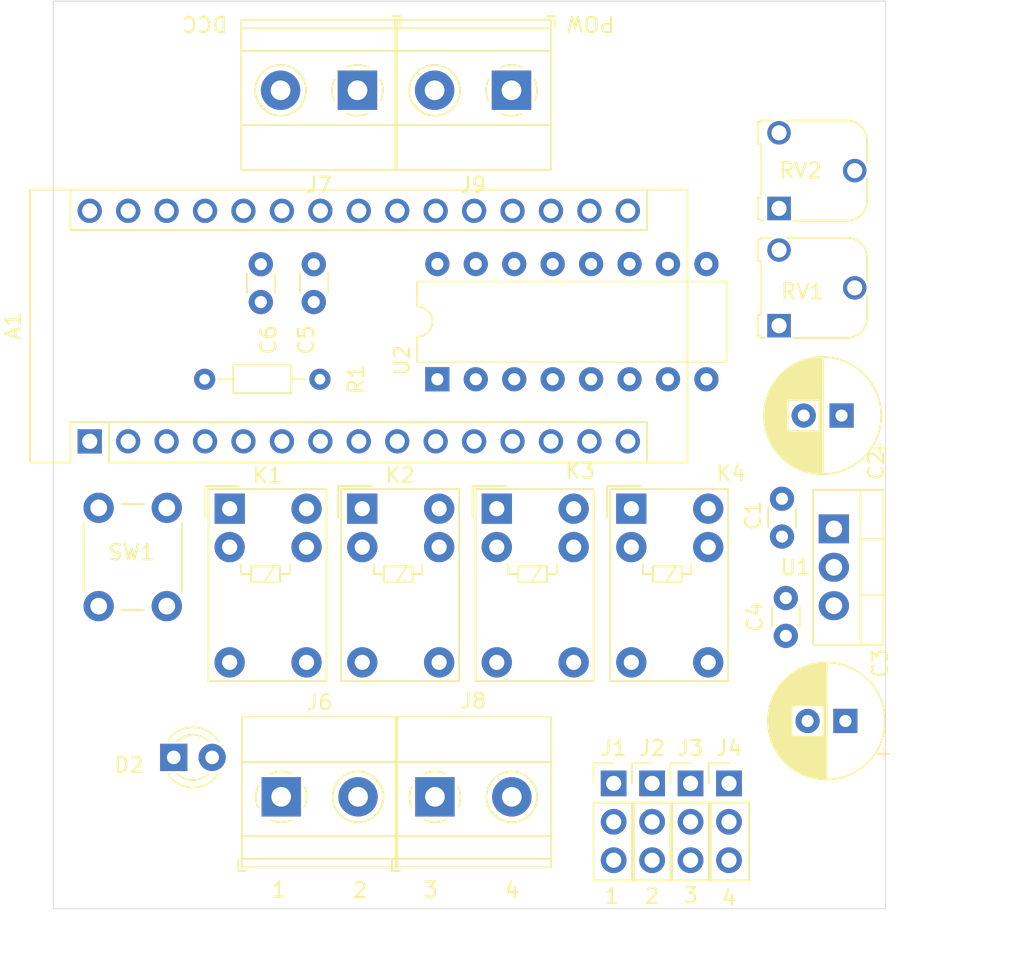
<source format=kicad_pcb>
(kicad_pcb (version 20171130) (host pcbnew "(5.1.6)-1")

  (general
    (thickness 1.6)
    (drawings 16)
    (tracks 0)
    (zones 0)
    (modules 30)
    (nets 49)
  )

  (page A4)
  (layers
    (0 F.Cu signal)
    (31 B.Cu signal)
    (32 B.Adhes user)
    (33 F.Adhes user)
    (34 B.Paste user)
    (35 F.Paste user)
    (36 B.SilkS user)
    (37 F.SilkS user)
    (38 B.Mask user)
    (39 F.Mask user)
    (40 Dwgs.User user)
    (41 Cmts.User user)
    (42 Eco1.User user)
    (43 Eco2.User user)
    (44 Edge.Cuts user)
    (45 Margin user)
    (46 B.CrtYd user)
    (47 F.CrtYd user)
    (48 B.Fab user)
    (49 F.Fab user hide)
  )

  (setup
    (last_trace_width 0.25)
    (trace_clearance 0.2)
    (zone_clearance 0.508)
    (zone_45_only no)
    (trace_min 0.2)
    (via_size 0.8)
    (via_drill 0.4)
    (via_min_size 0.4)
    (via_min_drill 0.3)
    (uvia_size 0.3)
    (uvia_drill 0.1)
    (uvias_allowed no)
    (uvia_min_size 0.2)
    (uvia_min_drill 0.1)
    (edge_width 0.05)
    (segment_width 0.2)
    (pcb_text_width 0.3)
    (pcb_text_size 1.5 1.5)
    (mod_edge_width 0.12)
    (mod_text_size 1 1)
    (mod_text_width 0.15)
    (pad_size 1.524 1.524)
    (pad_drill 0.762)
    (pad_to_mask_clearance 0.05)
    (aux_axis_origin 0 0)
    (visible_elements 7FFFFFFF)
    (pcbplotparams
      (layerselection 0x010fc_ffffffff)
      (usegerberextensions false)
      (usegerberattributes true)
      (usegerberadvancedattributes true)
      (creategerberjobfile true)
      (excludeedgelayer true)
      (linewidth 0.100000)
      (plotframeref false)
      (viasonmask false)
      (mode 1)
      (useauxorigin false)
      (hpglpennumber 1)
      (hpglpenspeed 20)
      (hpglpendiameter 15.000000)
      (psnegative false)
      (psa4output false)
      (plotreference true)
      (plotvalue true)
      (plotinvisibletext false)
      (padsonsilk false)
      (subtractmaskfromsilk false)
      (outputformat 1)
      (mirror false)
      (drillshape 1)
      (scaleselection 1)
      (outputdirectory ""))
  )

  (net 0 "")
  (net 1 /status)
  (net 2 "Net-(A1-Pad15)")
  (net 3 "Net-(A1-Pad30)")
  (net 4 /conf)
  (net 5 GND)
  (net 6 /rel4)
  (net 7 "Net-(A1-Pad28)")
  (net 8 /rel3)
  (net 9 "Net-(A1-Pad27)")
  (net 10 /rel2)
  (net 11 "Net-(A1-Pad26)")
  (net 12 /rel1)
  (net 13 "Net-(A1-Pad25)")
  (net 14 /mot4)
  (net 15 /pot2)
  (net 16 /mot3)
  (net 17 /pot1)
  (net 18 /mot2)
  (net 19 /sw4)
  (net 20 /mot1)
  (net 21 /sw3)
  (net 22 "Net-(A1-Pad5)")
  (net 23 /sw2)
  (net 24 /sw1)
  (net 25 "Net-(A1-Pad3)")
  (net 26 "Net-(A1-Pad18)")
  (net 27 "Net-(A1-Pad2)")
  (net 28 "Net-(A1-Pad17)")
  (net 29 "Net-(A1-Pad1)")
  (net 30 "Net-(C1-Pad1)")
  (net 31 +5V)
  (net 32 /DCC-)
  (net 33 /DCC+)
  (net 34 "Net-(D2-Pad2)")
  (net 35 /frog1)
  (net 36 /frog2)
  (net 37 /frog3)
  (net 38 /frog4)
  (net 39 /coil1)
  (net 40 /coil2)
  (net 41 /coil3)
  (net 42 /coil4)
  (net 43 "Net-(U2-Pad7)")
  (net 44 "Net-(U2-Pad6)")
  (net 45 "Net-(U2-Pad5)")
  (net 46 "Net-(U2-Pad12)")
  (net 47 "Net-(U2-Pad11)")
  (net 48 "Net-(U2-Pad10)")

  (net_class Default "This is the default net class."
    (clearance 0.2)
    (trace_width 0.25)
    (via_dia 0.8)
    (via_drill 0.4)
    (uvia_dia 0.3)
    (uvia_drill 0.1)
    (add_net +5V)
    (add_net /DCC+)
    (add_net /DCC-)
    (add_net /coil1)
    (add_net /coil2)
    (add_net /coil3)
    (add_net /coil4)
    (add_net /conf)
    (add_net /frog1)
    (add_net /frog2)
    (add_net /frog3)
    (add_net /frog4)
    (add_net /mot1)
    (add_net /mot2)
    (add_net /mot3)
    (add_net /mot4)
    (add_net /pot1)
    (add_net /pot2)
    (add_net /rel1)
    (add_net /rel2)
    (add_net /rel3)
    (add_net /rel4)
    (add_net /status)
    (add_net /sw1)
    (add_net /sw2)
    (add_net /sw3)
    (add_net /sw4)
    (add_net GND)
    (add_net "Net-(A1-Pad1)")
    (add_net "Net-(A1-Pad15)")
    (add_net "Net-(A1-Pad17)")
    (add_net "Net-(A1-Pad18)")
    (add_net "Net-(A1-Pad2)")
    (add_net "Net-(A1-Pad25)")
    (add_net "Net-(A1-Pad26)")
    (add_net "Net-(A1-Pad27)")
    (add_net "Net-(A1-Pad28)")
    (add_net "Net-(A1-Pad3)")
    (add_net "Net-(A1-Pad30)")
    (add_net "Net-(A1-Pad5)")
    (add_net "Net-(C1-Pad1)")
    (add_net "Net-(D2-Pad2)")
    (add_net "Net-(U2-Pad10)")
    (add_net "Net-(U2-Pad11)")
    (add_net "Net-(U2-Pad12)")
    (add_net "Net-(U2-Pad5)")
    (add_net "Net-(U2-Pad6)")
    (add_net "Net-(U2-Pad7)")
  )

  (module TerminalBlock_Phoenix:TerminalBlock_Phoenix_MKDS-1,5-2-5.08_1x02_P5.08mm_Horizontal (layer F.Cu) (tedit 5B294EBC) (tstamp 622FDB54)
    (at 162.2794 67.893 180)
    (descr "Terminal Block Phoenix MKDS-1,5-2-5.08, 2 pins, pitch 5.08mm, size 10.2x9.8mm^2, drill diamater 1.3mm, pad diameter 2.6mm, see http://www.farnell.com/datasheets/100425.pdf, script-generated using https://github.com/pointhi/kicad-footprint-generator/scripts/TerminalBlock_Phoenix")
    (tags "THT Terminal Block Phoenix MKDS-1,5-2-5.08 pitch 5.08mm size 10.2x9.8mm^2 drill 1.3mm pad 2.6mm")
    (path /625182A9)
    (fp_text reference J9 (at 2.54 -6.26) (layer F.SilkS)
      (effects (font (size 1 1) (thickness 0.15)))
    )
    (fp_text value pow (at 2.54 5.66) (layer F.Fab)
      (effects (font (size 1 1) (thickness 0.15)))
    )
    (fp_line (start 8.13 -5.71) (end -3.04 -5.71) (layer F.CrtYd) (width 0.05))
    (fp_line (start 8.13 5.1) (end 8.13 -5.71) (layer F.CrtYd) (width 0.05))
    (fp_line (start -3.04 5.1) (end 8.13 5.1) (layer F.CrtYd) (width 0.05))
    (fp_line (start -3.04 -5.71) (end -3.04 5.1) (layer F.CrtYd) (width 0.05))
    (fp_line (start -2.84 4.9) (end -2.34 4.9) (layer F.SilkS) (width 0.12))
    (fp_line (start -2.84 4.16) (end -2.84 4.9) (layer F.SilkS) (width 0.12))
    (fp_line (start 3.853 1.023) (end 3.806 1.069) (layer F.SilkS) (width 0.12))
    (fp_line (start 6.15 -1.275) (end 6.115 -1.239) (layer F.SilkS) (width 0.12))
    (fp_line (start 4.046 1.239) (end 4.011 1.274) (layer F.SilkS) (width 0.12))
    (fp_line (start 6.355 -1.069) (end 6.308 -1.023) (layer F.SilkS) (width 0.12))
    (fp_line (start 6.035 -1.138) (end 3.943 0.955) (layer F.Fab) (width 0.1))
    (fp_line (start 6.218 -0.955) (end 4.126 1.138) (layer F.Fab) (width 0.1))
    (fp_line (start 0.955 -1.138) (end -1.138 0.955) (layer F.Fab) (width 0.1))
    (fp_line (start 1.138 -0.955) (end -0.955 1.138) (layer F.Fab) (width 0.1))
    (fp_line (start 7.68 -5.261) (end 7.68 4.66) (layer F.SilkS) (width 0.12))
    (fp_line (start -2.6 -5.261) (end -2.6 4.66) (layer F.SilkS) (width 0.12))
    (fp_line (start -2.6 4.66) (end 7.68 4.66) (layer F.SilkS) (width 0.12))
    (fp_line (start -2.6 -5.261) (end 7.68 -5.261) (layer F.SilkS) (width 0.12))
    (fp_line (start -2.6 -2.301) (end 7.68 -2.301) (layer F.SilkS) (width 0.12))
    (fp_line (start -2.54 -2.3) (end 7.62 -2.3) (layer F.Fab) (width 0.1))
    (fp_line (start -2.6 2.6) (end 7.68 2.6) (layer F.SilkS) (width 0.12))
    (fp_line (start -2.54 2.6) (end 7.62 2.6) (layer F.Fab) (width 0.1))
    (fp_line (start -2.6 4.1) (end 7.68 4.1) (layer F.SilkS) (width 0.12))
    (fp_line (start -2.54 4.1) (end 7.62 4.1) (layer F.Fab) (width 0.1))
    (fp_line (start -2.54 4.1) (end -2.54 -5.2) (layer F.Fab) (width 0.1))
    (fp_line (start -2.04 4.6) (end -2.54 4.1) (layer F.Fab) (width 0.1))
    (fp_line (start 7.62 4.6) (end -2.04 4.6) (layer F.Fab) (width 0.1))
    (fp_line (start 7.62 -5.2) (end 7.62 4.6) (layer F.Fab) (width 0.1))
    (fp_line (start -2.54 -5.2) (end 7.62 -5.2) (layer F.Fab) (width 0.1))
    (fp_circle (center 5.08 0) (end 6.76 0) (layer F.SilkS) (width 0.12))
    (fp_circle (center 5.08 0) (end 6.58 0) (layer F.Fab) (width 0.1))
    (fp_circle (center 0 0) (end 1.5 0) (layer F.Fab) (width 0.1))
    (fp_text user %R (at 2.54 3.2) (layer F.Fab)
      (effects (font (size 1 1) (thickness 0.15)))
    )
    (fp_arc (start 0 0) (end -0.684 1.535) (angle -25) (layer F.SilkS) (width 0.12))
    (fp_arc (start 0 0) (end -1.535 -0.684) (angle -48) (layer F.SilkS) (width 0.12))
    (fp_arc (start 0 0) (end 0.684 -1.535) (angle -48) (layer F.SilkS) (width 0.12))
    (fp_arc (start 0 0) (end 1.535 0.684) (angle -48) (layer F.SilkS) (width 0.12))
    (fp_arc (start 0 0) (end 0 1.68) (angle -24) (layer F.SilkS) (width 0.12))
    (pad 2 thru_hole circle (at 5.08 0 180) (size 2.6 2.6) (drill 1.3) (layers *.Cu *.Mask)
      (net 5 GND))
    (pad 1 thru_hole rect (at 0 0 180) (size 2.6 2.6) (drill 1.3) (layers *.Cu *.Mask)
      (net 30 "Net-(C1-Pad1)"))
    (model ${KISYS3DMOD}/TerminalBlock_Phoenix.3dshapes/TerminalBlock_Phoenix_MKDS-1,5-2-5.08_1x02_P5.08mm_Horizontal.wrl
      (at (xyz 0 0 0))
      (scale (xyz 1 1 1))
      (rotate (xyz 0 0 0))
    )
  )

  (module TerminalBlock_Phoenix:TerminalBlock_Phoenix_MKDS-1,5-2-5.08_1x02_P5.08mm_Horizontal (layer F.Cu) (tedit 5B294EBC) (tstamp 622ECA82)
    (at 157.22 114.607)
    (descr "Terminal Block Phoenix MKDS-1,5-2-5.08, 2 pins, pitch 5.08mm, size 10.2x9.8mm^2, drill diamater 1.3mm, pad diameter 2.6mm, see http://www.farnell.com/datasheets/100425.pdf, script-generated using https://github.com/pointhi/kicad-footprint-generator/scripts/TerminalBlock_Phoenix")
    (tags "THT Terminal Block Phoenix MKDS-1,5-2-5.08 pitch 5.08mm size 10.2x9.8mm^2 drill 1.3mm pad 2.6mm")
    (path /623524A9)
    (fp_text reference J8 (at 2.54 -6.35) (layer F.SilkS)
      (effects (font (size 1 1) (thickness 0.15)))
    )
    (fp_text value frog (at 2.54 5.66) (layer F.Fab)
      (effects (font (size 1 1) (thickness 0.15)))
    )
    (fp_line (start 8.13 -5.71) (end -3.04 -5.71) (layer F.CrtYd) (width 0.05))
    (fp_line (start 8.13 5.1) (end 8.13 -5.71) (layer F.CrtYd) (width 0.05))
    (fp_line (start -3.04 5.1) (end 8.13 5.1) (layer F.CrtYd) (width 0.05))
    (fp_line (start -3.04 -5.71) (end -3.04 5.1) (layer F.CrtYd) (width 0.05))
    (fp_line (start -2.84 4.9) (end -2.34 4.9) (layer F.SilkS) (width 0.12))
    (fp_line (start -2.84 4.16) (end -2.84 4.9) (layer F.SilkS) (width 0.12))
    (fp_line (start 3.853 1.023) (end 3.806 1.069) (layer F.SilkS) (width 0.12))
    (fp_line (start 6.15 -1.275) (end 6.115 -1.239) (layer F.SilkS) (width 0.12))
    (fp_line (start 4.046 1.239) (end 4.011 1.274) (layer F.SilkS) (width 0.12))
    (fp_line (start 6.355 -1.069) (end 6.308 -1.023) (layer F.SilkS) (width 0.12))
    (fp_line (start 6.035 -1.138) (end 3.943 0.955) (layer F.Fab) (width 0.1))
    (fp_line (start 6.218 -0.955) (end 4.126 1.138) (layer F.Fab) (width 0.1))
    (fp_line (start 0.955 -1.138) (end -1.138 0.955) (layer F.Fab) (width 0.1))
    (fp_line (start 1.138 -0.955) (end -0.955 1.138) (layer F.Fab) (width 0.1))
    (fp_line (start 7.68 -5.261) (end 7.68 4.66) (layer F.SilkS) (width 0.12))
    (fp_line (start -2.6 -5.261) (end -2.6 4.66) (layer F.SilkS) (width 0.12))
    (fp_line (start -2.6 4.66) (end 7.68 4.66) (layer F.SilkS) (width 0.12))
    (fp_line (start -2.6 -5.261) (end 7.68 -5.261) (layer F.SilkS) (width 0.12))
    (fp_line (start -2.6 -2.301) (end 7.68 -2.301) (layer F.SilkS) (width 0.12))
    (fp_line (start -2.54 -2.3) (end 7.62 -2.3) (layer F.Fab) (width 0.1))
    (fp_line (start -2.6 2.6) (end 7.68 2.6) (layer F.SilkS) (width 0.12))
    (fp_line (start -2.54 2.6) (end 7.62 2.6) (layer F.Fab) (width 0.1))
    (fp_line (start -2.6 4.1) (end 7.68 4.1) (layer F.SilkS) (width 0.12))
    (fp_line (start -2.54 4.1) (end 7.62 4.1) (layer F.Fab) (width 0.1))
    (fp_line (start -2.54 4.1) (end -2.54 -5.2) (layer F.Fab) (width 0.1))
    (fp_line (start -2.04 4.6) (end -2.54 4.1) (layer F.Fab) (width 0.1))
    (fp_line (start 7.62 4.6) (end -2.04 4.6) (layer F.Fab) (width 0.1))
    (fp_line (start 7.62 -5.2) (end 7.62 4.6) (layer F.Fab) (width 0.1))
    (fp_line (start -2.54 -5.2) (end 7.62 -5.2) (layer F.Fab) (width 0.1))
    (fp_circle (center 5.08 0) (end 6.76 0) (layer F.SilkS) (width 0.12))
    (fp_circle (center 5.08 0) (end 6.58 0) (layer F.Fab) (width 0.1))
    (fp_circle (center 0 0) (end 1.5 0) (layer F.Fab) (width 0.1))
    (fp_text user %R (at 2.54 3.2) (layer F.Fab)
      (effects (font (size 1 1) (thickness 0.15)))
    )
    (fp_arc (start 0 0) (end -0.684 1.535) (angle -25) (layer F.SilkS) (width 0.12))
    (fp_arc (start 0 0) (end -1.535 -0.684) (angle -48) (layer F.SilkS) (width 0.12))
    (fp_arc (start 0 0) (end 0.684 -1.535) (angle -48) (layer F.SilkS) (width 0.12))
    (fp_arc (start 0 0) (end 1.535 0.684) (angle -48) (layer F.SilkS) (width 0.12))
    (fp_arc (start 0 0) (end 0 1.68) (angle -24) (layer F.SilkS) (width 0.12))
    (pad 2 thru_hole circle (at 5.08 0) (size 2.6 2.6) (drill 1.3) (layers *.Cu *.Mask)
      (net 38 /frog4))
    (pad 1 thru_hole rect (at 0 0) (size 2.6 2.6) (drill 1.3) (layers *.Cu *.Mask)
      (net 37 /frog3))
    (model ${KISYS3DMOD}/TerminalBlock_Phoenix.3dshapes/TerminalBlock_Phoenix_MKDS-1,5-2-5.08_1x02_P5.08mm_Horizontal.wrl
      (at (xyz 0 0 0))
      (scale (xyz 1 1 1))
      (rotate (xyz 0 0 0))
    )
  )

  (module TerminalBlock_Phoenix:TerminalBlock_Phoenix_MKDS-1,5-2-5.08_1x02_P5.08mm_Horizontal (layer F.Cu) (tedit 5B294EBC) (tstamp 622ECA6D)
    (at 152.1 67.893 180)
    (descr "Terminal Block Phoenix MKDS-1,5-2-5.08, 2 pins, pitch 5.08mm, size 10.2x9.8mm^2, drill diamater 1.3mm, pad diameter 2.6mm, see http://www.farnell.com/datasheets/100425.pdf, script-generated using https://github.com/pointhi/kicad-footprint-generator/scripts/TerminalBlock_Phoenix")
    (tags "THT Terminal Block Phoenix MKDS-1,5-2-5.08 pitch 5.08mm size 10.2x9.8mm^2 drill 1.3mm pad 2.6mm")
    (path /623619B3)
    (fp_text reference J7 (at 2.54 -6.26) (layer F.SilkS)
      (effects (font (size 1 1) (thickness 0.15)))
    )
    (fp_text value DCC (at 2.54 5.66) (layer F.Fab)
      (effects (font (size 1 1) (thickness 0.15)))
    )
    (fp_line (start 8.13 -5.71) (end -3.04 -5.71) (layer F.CrtYd) (width 0.05))
    (fp_line (start 8.13 5.1) (end 8.13 -5.71) (layer F.CrtYd) (width 0.05))
    (fp_line (start -3.04 5.1) (end 8.13 5.1) (layer F.CrtYd) (width 0.05))
    (fp_line (start -3.04 -5.71) (end -3.04 5.1) (layer F.CrtYd) (width 0.05))
    (fp_line (start -2.84 4.9) (end -2.34 4.9) (layer F.SilkS) (width 0.12))
    (fp_line (start -2.84 4.16) (end -2.84 4.9) (layer F.SilkS) (width 0.12))
    (fp_line (start 3.853 1.023) (end 3.806 1.069) (layer F.SilkS) (width 0.12))
    (fp_line (start 6.15 -1.275) (end 6.115 -1.239) (layer F.SilkS) (width 0.12))
    (fp_line (start 4.046 1.239) (end 4.011 1.274) (layer F.SilkS) (width 0.12))
    (fp_line (start 6.355 -1.069) (end 6.308 -1.023) (layer F.SilkS) (width 0.12))
    (fp_line (start 6.035 -1.138) (end 3.943 0.955) (layer F.Fab) (width 0.1))
    (fp_line (start 6.218 -0.955) (end 4.126 1.138) (layer F.Fab) (width 0.1))
    (fp_line (start 0.955 -1.138) (end -1.138 0.955) (layer F.Fab) (width 0.1))
    (fp_line (start 1.138 -0.955) (end -0.955 1.138) (layer F.Fab) (width 0.1))
    (fp_line (start 7.68 -5.261) (end 7.68 4.66) (layer F.SilkS) (width 0.12))
    (fp_line (start -2.6 -5.261) (end -2.6 4.66) (layer F.SilkS) (width 0.12))
    (fp_line (start -2.6 4.66) (end 7.68 4.66) (layer F.SilkS) (width 0.12))
    (fp_line (start -2.6 -5.261) (end 7.68 -5.261) (layer F.SilkS) (width 0.12))
    (fp_line (start -2.6 -2.301) (end 7.68 -2.301) (layer F.SilkS) (width 0.12))
    (fp_line (start -2.54 -2.3) (end 7.62 -2.3) (layer F.Fab) (width 0.1))
    (fp_line (start -2.6 2.6) (end 7.68 2.6) (layer F.SilkS) (width 0.12))
    (fp_line (start -2.54 2.6) (end 7.62 2.6) (layer F.Fab) (width 0.1))
    (fp_line (start -2.6 4.1) (end 7.68 4.1) (layer F.SilkS) (width 0.12))
    (fp_line (start -2.54 4.1) (end 7.62 4.1) (layer F.Fab) (width 0.1))
    (fp_line (start -2.54 4.1) (end -2.54 -5.2) (layer F.Fab) (width 0.1))
    (fp_line (start -2.04 4.6) (end -2.54 4.1) (layer F.Fab) (width 0.1))
    (fp_line (start 7.62 4.6) (end -2.04 4.6) (layer F.Fab) (width 0.1))
    (fp_line (start 7.62 -5.2) (end 7.62 4.6) (layer F.Fab) (width 0.1))
    (fp_line (start -2.54 -5.2) (end 7.62 -5.2) (layer F.Fab) (width 0.1))
    (fp_circle (center 5.08 0) (end 6.76 0) (layer F.SilkS) (width 0.12))
    (fp_circle (center 5.08 0) (end 6.58 0) (layer F.Fab) (width 0.1))
    (fp_circle (center 0 0) (end 1.5 0) (layer F.Fab) (width 0.1))
    (fp_text user %R (at 2.54 3.2) (layer F.Fab)
      (effects (font (size 1 1) (thickness 0.15)))
    )
    (fp_arc (start 0 0) (end -0.684 1.535) (angle -25) (layer F.SilkS) (width 0.12))
    (fp_arc (start 0 0) (end -1.535 -0.684) (angle -48) (layer F.SilkS) (width 0.12))
    (fp_arc (start 0 0) (end 0.684 -1.535) (angle -48) (layer F.SilkS) (width 0.12))
    (fp_arc (start 0 0) (end 1.535 0.684) (angle -48) (layer F.SilkS) (width 0.12))
    (fp_arc (start 0 0) (end 0 1.68) (angle -24) (layer F.SilkS) (width 0.12))
    (pad 2 thru_hole circle (at 5.08 0 180) (size 2.6 2.6) (drill 1.3) (layers *.Cu *.Mask)
      (net 33 /DCC+))
    (pad 1 thru_hole rect (at 0 0 180) (size 2.6 2.6) (drill 1.3) (layers *.Cu *.Mask)
      (net 32 /DCC-))
    (model ${KISYS3DMOD}/TerminalBlock_Phoenix.3dshapes/TerminalBlock_Phoenix_MKDS-1,5-2-5.08_1x02_P5.08mm_Horizontal.wrl
      (at (xyz 0 0 0))
      (scale (xyz 1 1 1))
      (rotate (xyz 0 0 0))
    )
  )

  (module TerminalBlock_Phoenix:TerminalBlock_Phoenix_MKDS-1,5-2-5.08_1x02_P5.08mm_Horizontal (layer F.Cu) (tedit 5B294EBC) (tstamp 622ECA58)
    (at 147.06 114.607)
    (descr "Terminal Block Phoenix MKDS-1,5-2-5.08, 2 pins, pitch 5.08mm, size 10.2x9.8mm^2, drill diamater 1.3mm, pad diameter 2.6mm, see http://www.farnell.com/datasheets/100425.pdf, script-generated using https://github.com/pointhi/kicad-footprint-generator/scripts/TerminalBlock_Phoenix")
    (tags "THT Terminal Block Phoenix MKDS-1,5-2-5.08 pitch 5.08mm size 10.2x9.8mm^2 drill 1.3mm pad 2.6mm")
    (path /62357026)
    (fp_text reference J6 (at 2.54 -6.26) (layer F.SilkS)
      (effects (font (size 1 1) (thickness 0.15)))
    )
    (fp_text value frog (at 2.54 5.66) (layer F.Fab)
      (effects (font (size 1 1) (thickness 0.15)))
    )
    (fp_line (start 8.13 -5.71) (end -3.04 -5.71) (layer F.CrtYd) (width 0.05))
    (fp_line (start 8.13 5.1) (end 8.13 -5.71) (layer F.CrtYd) (width 0.05))
    (fp_line (start -3.04 5.1) (end 8.13 5.1) (layer F.CrtYd) (width 0.05))
    (fp_line (start -3.04 -5.71) (end -3.04 5.1) (layer F.CrtYd) (width 0.05))
    (fp_line (start -2.84 4.9) (end -2.34 4.9) (layer F.SilkS) (width 0.12))
    (fp_line (start -2.84 4.16) (end -2.84 4.9) (layer F.SilkS) (width 0.12))
    (fp_line (start 3.853 1.023) (end 3.806 1.069) (layer F.SilkS) (width 0.12))
    (fp_line (start 6.15 -1.275) (end 6.115 -1.239) (layer F.SilkS) (width 0.12))
    (fp_line (start 4.046 1.239) (end 4.011 1.274) (layer F.SilkS) (width 0.12))
    (fp_line (start 6.355 -1.069) (end 6.308 -1.023) (layer F.SilkS) (width 0.12))
    (fp_line (start 6.035 -1.138) (end 3.943 0.955) (layer F.Fab) (width 0.1))
    (fp_line (start 6.218 -0.955) (end 4.126 1.138) (layer F.Fab) (width 0.1))
    (fp_line (start 0.955 -1.138) (end -1.138 0.955) (layer F.Fab) (width 0.1))
    (fp_line (start 1.138 -0.955) (end -0.955 1.138) (layer F.Fab) (width 0.1))
    (fp_line (start 7.68 -5.261) (end 7.68 4.66) (layer F.SilkS) (width 0.12))
    (fp_line (start -2.6 -5.261) (end -2.6 4.66) (layer F.SilkS) (width 0.12))
    (fp_line (start -2.6 4.66) (end 7.68 4.66) (layer F.SilkS) (width 0.12))
    (fp_line (start -2.6 -5.261) (end 7.68 -5.261) (layer F.SilkS) (width 0.12))
    (fp_line (start -2.6 -2.301) (end 7.68 -2.301) (layer F.SilkS) (width 0.12))
    (fp_line (start -2.54 -2.3) (end 7.62 -2.3) (layer F.Fab) (width 0.1))
    (fp_line (start -2.6 2.6) (end 7.68 2.6) (layer F.SilkS) (width 0.12))
    (fp_line (start -2.54 2.6) (end 7.62 2.6) (layer F.Fab) (width 0.1))
    (fp_line (start -2.6 4.1) (end 7.68 4.1) (layer F.SilkS) (width 0.12))
    (fp_line (start -2.54 4.1) (end 7.62 4.1) (layer F.Fab) (width 0.1))
    (fp_line (start -2.54 4.1) (end -2.54 -5.2) (layer F.Fab) (width 0.1))
    (fp_line (start -2.04 4.6) (end -2.54 4.1) (layer F.Fab) (width 0.1))
    (fp_line (start 7.62 4.6) (end -2.04 4.6) (layer F.Fab) (width 0.1))
    (fp_line (start 7.62 -5.2) (end 7.62 4.6) (layer F.Fab) (width 0.1))
    (fp_line (start -2.54 -5.2) (end 7.62 -5.2) (layer F.Fab) (width 0.1))
    (fp_circle (center 5.08 0) (end 6.76 0) (layer F.SilkS) (width 0.12))
    (fp_circle (center 5.08 0) (end 6.58 0) (layer F.Fab) (width 0.1))
    (fp_circle (center 0 0) (end 1.5 0) (layer F.Fab) (width 0.1))
    (fp_text user %R (at 2.54 3.2) (layer F.Fab)
      (effects (font (size 1 1) (thickness 0.15)))
    )
    (fp_arc (start 0 0) (end -0.684 1.535) (angle -25) (layer F.SilkS) (width 0.12))
    (fp_arc (start 0 0) (end -1.535 -0.684) (angle -48) (layer F.SilkS) (width 0.12))
    (fp_arc (start 0 0) (end 0.684 -1.535) (angle -48) (layer F.SilkS) (width 0.12))
    (fp_arc (start 0 0) (end 1.535 0.684) (angle -48) (layer F.SilkS) (width 0.12))
    (fp_arc (start 0 0) (end 0 1.68) (angle -24) (layer F.SilkS) (width 0.12))
    (pad 2 thru_hole circle (at 5.08 0) (size 2.6 2.6) (drill 1.3) (layers *.Cu *.Mask)
      (net 36 /frog2))
    (pad 1 thru_hole rect (at 0 0) (size 2.6 2.6) (drill 1.3) (layers *.Cu *.Mask)
      (net 35 /frog1))
    (model ${KISYS3DMOD}/TerminalBlock_Phoenix.3dshapes/TerminalBlock_Phoenix_MKDS-1,5-2-5.08_1x02_P5.08mm_Horizontal.wrl
      (at (xyz 0 0 0))
      (scale (xyz 1 1 1))
      (rotate (xyz 0 0 0))
    )
  )

  (module MountingHole:MountingHole_3.2mm_M3 (layer F.Cu) (tedit 56D1B4CB) (tstamp 622F20E3)
    (at 183 66)
    (descr "Mounting Hole 3.2mm, no annular, M3")
    (tags "mounting hole 3.2mm no annular m3")
    (attr virtual)
    (fp_text reference REF** (at 0 -4.2) (layer F.Fab)
      (effects (font (size 1 1) (thickness 0.15)))
    )
    (fp_text value MountingHole_3.2mm_M3 (at 0 4.2) (layer F.Fab)
      (effects (font (size 1 1) (thickness 0.15)))
    )
    (fp_circle (center 0 0) (end 3.45 0) (layer F.CrtYd) (width 0.05))
    (fp_circle (center 0 0) (end 3.2 0) (layer Cmts.User) (width 0.15))
    (fp_text user %R (at 0.3 0) (layer F.Fab)
      (effects (font (size 1 1) (thickness 0.15)))
    )
    (pad 1 np_thru_hole circle (at 0 0) (size 3.2 3.2) (drill 3.2) (layers *.Cu *.Mask))
  )

  (module MountingHole:MountingHole_3.2mm_M3 (layer F.Cu) (tedit 56D1B4CB) (tstamp 622F20E3)
    (at 136 66)
    (descr "Mounting Hole 3.2mm, no annular, M3")
    (tags "mounting hole 3.2mm no annular m3")
    (attr virtual)
    (fp_text reference REF** (at 0 -4.2) (layer F.Fab)
      (effects (font (size 1 1) (thickness 0.15)))
    )
    (fp_text value MountingHole_3.2mm_M3 (at 0 4.2) (layer F.Fab)
      (effects (font (size 1 1) (thickness 0.15)))
    )
    (fp_circle (center 0 0) (end 3.45 0) (layer F.CrtYd) (width 0.05))
    (fp_circle (center 0 0) (end 3.2 0) (layer Cmts.User) (width 0.15))
    (fp_text user %R (at 0.3 0) (layer F.Fab)
      (effects (font (size 1 1) (thickness 0.15)))
    )
    (pad 1 np_thru_hole circle (at 0 0) (size 3.2 3.2) (drill 3.2) (layers *.Cu *.Mask))
  )

  (module MountingHole:MountingHole_3.2mm_M3 (layer F.Cu) (tedit 56D1B4CB) (tstamp 622F20E3)
    (at 136 118)
    (descr "Mounting Hole 3.2mm, no annular, M3")
    (tags "mounting hole 3.2mm no annular m3")
    (attr virtual)
    (fp_text reference REF** (at 0 -4.2) (layer F.Fab)
      (effects (font (size 1 1) (thickness 0.15)))
    )
    (fp_text value MountingHole_3.2mm_M3 (at 0 4.2) (layer F.Fab)
      (effects (font (size 1 1) (thickness 0.15)))
    )
    (fp_circle (center 0 0) (end 3.45 0) (layer F.CrtYd) (width 0.05))
    (fp_circle (center 0 0) (end 3.2 0) (layer Cmts.User) (width 0.15))
    (fp_text user %R (at 0.3 0) (layer F.Fab)
      (effects (font (size 1 1) (thickness 0.15)))
    )
    (pad 1 np_thru_hole circle (at 0 0) (size 3.2 3.2) (drill 3.2) (layers *.Cu *.Mask))
  )

  (module MountingHole:MountingHole_3.2mm_M3 (layer F.Cu) (tedit 56D1B4CB) (tstamp 622F20DA)
    (at 183 118)
    (descr "Mounting Hole 3.2mm, no annular, M3")
    (tags "mounting hole 3.2mm no annular m3")
    (attr virtual)
    (fp_text reference REF** (at 0 -4.2) (layer F.Fab)
      (effects (font (size 1 1) (thickness 0.15)))
    )
    (fp_text value MountingHole_3.2mm_M3 (at 0 4.2) (layer F.Fab)
      (effects (font (size 1 1) (thickness 0.15)))
    )
    (fp_circle (center 0 0) (end 3.45 0) (layer F.CrtYd) (width 0.05))
    (fp_circle (center 0 0) (end 3.2 0) (layer Cmts.User) (width 0.15))
    (fp_text user %R (at 0.3 0) (layer F.Fab)
      (effects (font (size 1 1) (thickness 0.15)))
    )
    (pad 1 np_thru_hole circle (at 0 0) (size 3.2 3.2) (drill 3.2) (layers *.Cu *.Mask))
  )

  (module Relay_THT:Relay_SPDT_Omron_G5V-1 (layer F.Cu) (tedit 5A57D9C3) (tstamp 622EDCB5)
    (at 170.198 95.557)
    (descr "Relay Omron G5V-1, see http://omronfs.omron.com/en_US/ecb/products/pdf/en-g5v_1.pdf")
    (tags "Relay Omron G5V-1")
    (path /6244EC87)
    (fp_text reference K4 (at 6.58 -2.34) (layer F.SilkS)
      (effects (font (size 1 1) (thickness 0.15)))
    )
    (fp_text value G5V-1 (at 2.5 12.5) (layer F.Fab)
      (effects (font (size 1 1) (thickness 0.15)))
    )
    (fp_line (start 6.45 11.45) (end -1.45 11.45) (layer F.CrtYd) (width 0.05))
    (fp_line (start 6.45 11.45) (end 6.45 -1.35) (layer F.CrtYd) (width 0.05))
    (fp_line (start -1.45 -1.35) (end -1.45 11.45) (layer F.CrtYd) (width 0.05))
    (fp_line (start -1.45 -1.35) (end 6.45 -1.35) (layer F.CrtYd) (width 0.05))
    (fp_line (start 3.327 3.81) (end 3.327 4.826) (layer F.SilkS) (width 0.12))
    (fp_line (start 1.422 4.826) (end 3.327 4.826) (layer F.SilkS) (width 0.12))
    (fp_line (start 1.422 3.81) (end 1.422 4.826) (layer F.SilkS) (width 0.12))
    (fp_line (start 3.327 3.81) (end 1.422 3.81) (layer F.SilkS) (width 0.12))
    (fp_line (start 3.962 4.318) (end 3.327 4.318) (layer F.SilkS) (width 0.12))
    (fp_line (start 3.962 3.683) (end 3.962 4.318) (layer F.SilkS) (width 0.12))
    (fp_line (start 0.762 4.318) (end 1.422 4.318) (layer F.SilkS) (width 0.12))
    (fp_line (start 0.762 3.683) (end 0.762 4.318) (layer F.SilkS) (width 0.12))
    (fp_line (start 2.946 3.81) (end 2.311 4.826) (layer F.SilkS) (width 0.12))
    (fp_line (start -0.1 -1.1) (end 6.2 -1.1) (layer F.Fab) (width 0.12))
    (fp_line (start 6.2 -1.1) (end 6.2 11.2) (layer F.Fab) (width 0.12))
    (fp_line (start 6.2 11.2) (end -1.2 11.2) (layer F.Fab) (width 0.12))
    (fp_line (start -1.2 11.2) (end -1.2 -0.1) (layer F.Fab) (width 0.12))
    (fp_line (start -1.2 -0.1) (end -0.1 -1.1) (layer F.Fab) (width 0.12))
    (fp_line (start -1.4 -1.3) (end 6.4 -1.3) (layer F.SilkS) (width 0.12))
    (fp_line (start 6.4 -1.3) (end 6.4 11.4) (layer F.SilkS) (width 0.12))
    (fp_line (start 6.4 11.4) (end -1.4 11.4) (layer F.SilkS) (width 0.12))
    (fp_line (start -1.4 11.4) (end -1.4 -1.3) (layer F.SilkS) (width 0.12))
    (fp_line (start -1.6 0.6) (end -1.6 -1.5) (layer F.SilkS) (width 0.12))
    (fp_line (start -1.6 -1.5) (end 0.6 -1.5) (layer F.SilkS) (width 0.12))
    (fp_text user %R (at 2.54 6.35) (layer F.Fab)
      (effects (font (size 1 1) (thickness 0.15)))
    )
    (pad 5 thru_hole circle (at 0 10.16) (size 2 2) (drill 1) (layers *.Cu *.Mask)
      (net 38 /frog4))
    (pad 6 thru_hole circle (at 5.08 10.16) (size 2 2) (drill 1) (layers *.Cu *.Mask)
      (net 38 /frog4))
    (pad 2 thru_hole circle (at 0 2.54) (size 2 2) (drill 1) (layers *.Cu *.Mask)
      (net 31 +5V))
    (pad 1 thru_hole rect (at 0 0) (size 2 2) (drill 1) (layers *.Cu *.Mask)
      (net 33 /DCC+))
    (pad 9 thru_hole circle (at 5.08 2.54) (size 2 2) (drill 1) (layers *.Cu *.Mask)
      (net 42 /coil4))
    (pad 10 thru_hole circle (at 5.08 0) (size 2 2) (drill 1) (layers *.Cu *.Mask)
      (net 32 /DCC-))
    (model ${KISYS3DMOD}/Relay_THT.3dshapes/Relay_SPDT_Omron_G5V-1.wrl
      (at (xyz 0 0 0))
      (scale (xyz 1 1 1))
      (rotate (xyz 0 0 0))
    )
  )

  (module Relay_THT:Relay_SPDT_Omron_G5V-1 (layer F.Cu) (tedit 5A57D9C3) (tstamp 622EDC92)
    (at 161.308 95.557)
    (descr "Relay Omron G5V-1, see http://omronfs.omron.com/en_US/ecb/products/pdf/en-g5v_1.pdf")
    (tags "Relay Omron G5V-1")
    (path /6244DEF3)
    (fp_text reference K3 (at 5.5 -2.5) (layer F.SilkS)
      (effects (font (size 1 1) (thickness 0.15)))
    )
    (fp_text value G5V-1 (at 2.5 12.5) (layer F.Fab)
      (effects (font (size 1 1) (thickness 0.15)))
    )
    (fp_line (start 6.45 11.45) (end -1.45 11.45) (layer F.CrtYd) (width 0.05))
    (fp_line (start 6.45 11.45) (end 6.45 -1.35) (layer F.CrtYd) (width 0.05))
    (fp_line (start -1.45 -1.35) (end -1.45 11.45) (layer F.CrtYd) (width 0.05))
    (fp_line (start -1.45 -1.35) (end 6.45 -1.35) (layer F.CrtYd) (width 0.05))
    (fp_line (start 3.327 3.81) (end 3.327 4.826) (layer F.SilkS) (width 0.12))
    (fp_line (start 1.422 4.826) (end 3.327 4.826) (layer F.SilkS) (width 0.12))
    (fp_line (start 1.422 3.81) (end 1.422 4.826) (layer F.SilkS) (width 0.12))
    (fp_line (start 3.327 3.81) (end 1.422 3.81) (layer F.SilkS) (width 0.12))
    (fp_line (start 3.962 4.318) (end 3.327 4.318) (layer F.SilkS) (width 0.12))
    (fp_line (start 3.962 3.683) (end 3.962 4.318) (layer F.SilkS) (width 0.12))
    (fp_line (start 0.762 4.318) (end 1.422 4.318) (layer F.SilkS) (width 0.12))
    (fp_line (start 0.762 3.683) (end 0.762 4.318) (layer F.SilkS) (width 0.12))
    (fp_line (start 2.946 3.81) (end 2.311 4.826) (layer F.SilkS) (width 0.12))
    (fp_line (start -0.1 -1.1) (end 6.2 -1.1) (layer F.Fab) (width 0.12))
    (fp_line (start 6.2 -1.1) (end 6.2 11.2) (layer F.Fab) (width 0.12))
    (fp_line (start 6.2 11.2) (end -1.2 11.2) (layer F.Fab) (width 0.12))
    (fp_line (start -1.2 11.2) (end -1.2 -0.1) (layer F.Fab) (width 0.12))
    (fp_line (start -1.2 -0.1) (end -0.1 -1.1) (layer F.Fab) (width 0.12))
    (fp_line (start -1.4 -1.3) (end 6.4 -1.3) (layer F.SilkS) (width 0.12))
    (fp_line (start 6.4 -1.3) (end 6.4 11.4) (layer F.SilkS) (width 0.12))
    (fp_line (start 6.4 11.4) (end -1.4 11.4) (layer F.SilkS) (width 0.12))
    (fp_line (start -1.4 11.4) (end -1.4 -1.3) (layer F.SilkS) (width 0.12))
    (fp_line (start -1.6 0.6) (end -1.6 -1.5) (layer F.SilkS) (width 0.12))
    (fp_line (start -1.6 -1.5) (end 0.6 -1.5) (layer F.SilkS) (width 0.12))
    (fp_text user %R (at 2.54 6.35) (layer F.Fab)
      (effects (font (size 1 1) (thickness 0.15)))
    )
    (pad 5 thru_hole circle (at 0 10.16) (size 2 2) (drill 1) (layers *.Cu *.Mask)
      (net 37 /frog3))
    (pad 6 thru_hole circle (at 5.08 10.16) (size 2 2) (drill 1) (layers *.Cu *.Mask)
      (net 37 /frog3))
    (pad 2 thru_hole circle (at 0 2.54) (size 2 2) (drill 1) (layers *.Cu *.Mask)
      (net 31 +5V))
    (pad 1 thru_hole rect (at 0 0) (size 2 2) (drill 1) (layers *.Cu *.Mask)
      (net 33 /DCC+))
    (pad 9 thru_hole circle (at 5.08 2.54) (size 2 2) (drill 1) (layers *.Cu *.Mask)
      (net 41 /coil3))
    (pad 10 thru_hole circle (at 5.08 0) (size 2 2) (drill 1) (layers *.Cu *.Mask)
      (net 32 /DCC-))
    (model ${KISYS3DMOD}/Relay_THT.3dshapes/Relay_SPDT_Omron_G5V-1.wrl
      (at (xyz 0 0 0))
      (scale (xyz 1 1 1))
      (rotate (xyz 0 0 0))
    )
  )

  (module Relay_THT:Relay_SPDT_Omron_G5V-1 (layer F.Cu) (tedit 5A57D9C3) (tstamp 622EDC6F)
    (at 152.418 95.557)
    (descr "Relay Omron G5V-1, see http://omronfs.omron.com/en_US/ecb/products/pdf/en-g5v_1.pdf")
    (tags "Relay Omron G5V-1")
    (path /6244D00B)
    (fp_text reference K2 (at 2.5 -2.2) (layer F.SilkS)
      (effects (font (size 1 1) (thickness 0.15)))
    )
    (fp_text value G5V-1 (at 2.5 12.5) (layer F.Fab)
      (effects (font (size 1 1) (thickness 0.15)))
    )
    (fp_line (start 6.45 11.45) (end -1.45 11.45) (layer F.CrtYd) (width 0.05))
    (fp_line (start 6.45 11.45) (end 6.45 -1.35) (layer F.CrtYd) (width 0.05))
    (fp_line (start -1.45 -1.35) (end -1.45 11.45) (layer F.CrtYd) (width 0.05))
    (fp_line (start -1.45 -1.35) (end 6.45 -1.35) (layer F.CrtYd) (width 0.05))
    (fp_line (start 3.327 3.81) (end 3.327 4.826) (layer F.SilkS) (width 0.12))
    (fp_line (start 1.422 4.826) (end 3.327 4.826) (layer F.SilkS) (width 0.12))
    (fp_line (start 1.422 3.81) (end 1.422 4.826) (layer F.SilkS) (width 0.12))
    (fp_line (start 3.327 3.81) (end 1.422 3.81) (layer F.SilkS) (width 0.12))
    (fp_line (start 3.962 4.318) (end 3.327 4.318) (layer F.SilkS) (width 0.12))
    (fp_line (start 3.962 3.683) (end 3.962 4.318) (layer F.SilkS) (width 0.12))
    (fp_line (start 0.762 4.318) (end 1.422 4.318) (layer F.SilkS) (width 0.12))
    (fp_line (start 0.762 3.683) (end 0.762 4.318) (layer F.SilkS) (width 0.12))
    (fp_line (start 2.946 3.81) (end 2.311 4.826) (layer F.SilkS) (width 0.12))
    (fp_line (start -0.1 -1.1) (end 6.2 -1.1) (layer F.Fab) (width 0.12))
    (fp_line (start 6.2 -1.1) (end 6.2 11.2) (layer F.Fab) (width 0.12))
    (fp_line (start 6.2 11.2) (end -1.2 11.2) (layer F.Fab) (width 0.12))
    (fp_line (start -1.2 11.2) (end -1.2 -0.1) (layer F.Fab) (width 0.12))
    (fp_line (start -1.2 -0.1) (end -0.1 -1.1) (layer F.Fab) (width 0.12))
    (fp_line (start -1.4 -1.3) (end 6.4 -1.3) (layer F.SilkS) (width 0.12))
    (fp_line (start 6.4 -1.3) (end 6.4 11.4) (layer F.SilkS) (width 0.12))
    (fp_line (start 6.4 11.4) (end -1.4 11.4) (layer F.SilkS) (width 0.12))
    (fp_line (start -1.4 11.4) (end -1.4 -1.3) (layer F.SilkS) (width 0.12))
    (fp_line (start -1.6 0.6) (end -1.6 -1.5) (layer F.SilkS) (width 0.12))
    (fp_line (start -1.6 -1.5) (end 0.6 -1.5) (layer F.SilkS) (width 0.12))
    (fp_text user %R (at 2.54 6.35) (layer F.Fab)
      (effects (font (size 1 1) (thickness 0.15)))
    )
    (pad 5 thru_hole circle (at 0 10.16) (size 2 2) (drill 1) (layers *.Cu *.Mask)
      (net 36 /frog2))
    (pad 6 thru_hole circle (at 5.08 10.16) (size 2 2) (drill 1) (layers *.Cu *.Mask)
      (net 36 /frog2))
    (pad 2 thru_hole circle (at 0 2.54) (size 2 2) (drill 1) (layers *.Cu *.Mask)
      (net 31 +5V))
    (pad 1 thru_hole rect (at 0 0) (size 2 2) (drill 1) (layers *.Cu *.Mask)
      (net 33 /DCC+))
    (pad 9 thru_hole circle (at 5.08 2.54) (size 2 2) (drill 1) (layers *.Cu *.Mask)
      (net 40 /coil2))
    (pad 10 thru_hole circle (at 5.08 0) (size 2 2) (drill 1) (layers *.Cu *.Mask)
      (net 32 /DCC-))
    (model ${KISYS3DMOD}/Relay_THT.3dshapes/Relay_SPDT_Omron_G5V-1.wrl
      (at (xyz 0 0 0))
      (scale (xyz 1 1 1))
      (rotate (xyz 0 0 0))
    )
  )

  (module Relay_THT:Relay_SPDT_Omron_G5V-1 (layer F.Cu) (tedit 5A57D9C3) (tstamp 622EDC4C)
    (at 143.655 95.557)
    (descr "Relay Omron G5V-1, see http://omronfs.omron.com/en_US/ecb/products/pdf/en-g5v_1.pdf")
    (tags "Relay Omron G5V-1")
    (path /62438FE6)
    (fp_text reference K1 (at 2.5 -2.2) (layer F.SilkS)
      (effects (font (size 1 1) (thickness 0.15)))
    )
    (fp_text value G5V-1 (at 2.5 12.5) (layer F.Fab)
      (effects (font (size 1 1) (thickness 0.15)))
    )
    (fp_line (start 6.45 11.45) (end -1.45 11.45) (layer F.CrtYd) (width 0.05))
    (fp_line (start 6.45 11.45) (end 6.45 -1.35) (layer F.CrtYd) (width 0.05))
    (fp_line (start -1.45 -1.35) (end -1.45 11.45) (layer F.CrtYd) (width 0.05))
    (fp_line (start -1.45 -1.35) (end 6.45 -1.35) (layer F.CrtYd) (width 0.05))
    (fp_line (start 3.327 3.81) (end 3.327 4.826) (layer F.SilkS) (width 0.12))
    (fp_line (start 1.422 4.826) (end 3.327 4.826) (layer F.SilkS) (width 0.12))
    (fp_line (start 1.422 3.81) (end 1.422 4.826) (layer F.SilkS) (width 0.12))
    (fp_line (start 3.327 3.81) (end 1.422 3.81) (layer F.SilkS) (width 0.12))
    (fp_line (start 3.962 4.318) (end 3.327 4.318) (layer F.SilkS) (width 0.12))
    (fp_line (start 3.962 3.683) (end 3.962 4.318) (layer F.SilkS) (width 0.12))
    (fp_line (start 0.762 4.318) (end 1.422 4.318) (layer F.SilkS) (width 0.12))
    (fp_line (start 0.762 3.683) (end 0.762 4.318) (layer F.SilkS) (width 0.12))
    (fp_line (start 2.946 3.81) (end 2.311 4.826) (layer F.SilkS) (width 0.12))
    (fp_line (start -0.1 -1.1) (end 6.2 -1.1) (layer F.Fab) (width 0.12))
    (fp_line (start 6.2 -1.1) (end 6.2 11.2) (layer F.Fab) (width 0.12))
    (fp_line (start 6.2 11.2) (end -1.2 11.2) (layer F.Fab) (width 0.12))
    (fp_line (start -1.2 11.2) (end -1.2 -0.1) (layer F.Fab) (width 0.12))
    (fp_line (start -1.2 -0.1) (end -0.1 -1.1) (layer F.Fab) (width 0.12))
    (fp_line (start -1.4 -1.3) (end 6.4 -1.3) (layer F.SilkS) (width 0.12))
    (fp_line (start 6.4 -1.3) (end 6.4 11.4) (layer F.SilkS) (width 0.12))
    (fp_line (start 6.4 11.4) (end -1.4 11.4) (layer F.SilkS) (width 0.12))
    (fp_line (start -1.4 11.4) (end -1.4 -1.3) (layer F.SilkS) (width 0.12))
    (fp_line (start -1.6 0.6) (end -1.6 -1.5) (layer F.SilkS) (width 0.12))
    (fp_line (start -1.6 -1.5) (end 0.6 -1.5) (layer F.SilkS) (width 0.12))
    (fp_text user %R (at 2.54 6.35) (layer F.Fab)
      (effects (font (size 1 1) (thickness 0.15)))
    )
    (pad 5 thru_hole circle (at 0 10.16) (size 2 2) (drill 1) (layers *.Cu *.Mask)
      (net 35 /frog1))
    (pad 6 thru_hole circle (at 5.08 10.16) (size 2 2) (drill 1) (layers *.Cu *.Mask)
      (net 35 /frog1))
    (pad 2 thru_hole circle (at 0 2.54) (size 2 2) (drill 1) (layers *.Cu *.Mask)
      (net 31 +5V))
    (pad 1 thru_hole rect (at 0 0) (size 2 2) (drill 1) (layers *.Cu *.Mask)
      (net 33 /DCC+))
    (pad 9 thru_hole circle (at 5.08 2.54) (size 2 2) (drill 1) (layers *.Cu *.Mask)
      (net 39 /coil1))
    (pad 10 thru_hole circle (at 5.08 0) (size 2 2) (drill 1) (layers *.Cu *.Mask)
      (net 32 /DCC-))
    (model ${KISYS3DMOD}/Relay_THT.3dshapes/Relay_SPDT_Omron_G5V-1.wrl
      (at (xyz 0 0 0))
      (scale (xyz 1 1 1))
      (rotate (xyz 0 0 0))
    )
  )

  (module Package_DIP:DIP-16_W7.62mm (layer F.Cu) (tedit 5A02E8C5) (tstamp 622ECBE2)
    (at 157.38 87 90)
    (descr "16-lead though-hole mounted DIP package, row spacing 7.62 mm (300 mils)")
    (tags "THT DIP DIL PDIP 2.54mm 7.62mm 300mil")
    (path /62300148)
    (fp_text reference U2 (at 1.25 -2.33 90) (layer F.SilkS)
      (effects (font (size 1 1) (thickness 0.15)))
    )
    (fp_text value ULN2003A (at 3.81 20.11 90) (layer F.Fab)
      (effects (font (size 1 1) (thickness 0.15)))
    )
    (fp_line (start 8.7 -1.55) (end -1.1 -1.55) (layer F.CrtYd) (width 0.05))
    (fp_line (start 8.7 19.3) (end 8.7 -1.55) (layer F.CrtYd) (width 0.05))
    (fp_line (start -1.1 19.3) (end 8.7 19.3) (layer F.CrtYd) (width 0.05))
    (fp_line (start -1.1 -1.55) (end -1.1 19.3) (layer F.CrtYd) (width 0.05))
    (fp_line (start 6.46 -1.33) (end 4.81 -1.33) (layer F.SilkS) (width 0.12))
    (fp_line (start 6.46 19.11) (end 6.46 -1.33) (layer F.SilkS) (width 0.12))
    (fp_line (start 1.16 19.11) (end 6.46 19.11) (layer F.SilkS) (width 0.12))
    (fp_line (start 1.16 -1.33) (end 1.16 19.11) (layer F.SilkS) (width 0.12))
    (fp_line (start 2.81 -1.33) (end 1.16 -1.33) (layer F.SilkS) (width 0.12))
    (fp_line (start 0.635 -0.27) (end 1.635 -1.27) (layer F.Fab) (width 0.1))
    (fp_line (start 0.635 19.05) (end 0.635 -0.27) (layer F.Fab) (width 0.1))
    (fp_line (start 6.985 19.05) (end 0.635 19.05) (layer F.Fab) (width 0.1))
    (fp_line (start 6.985 -1.27) (end 6.985 19.05) (layer F.Fab) (width 0.1))
    (fp_line (start 1.635 -1.27) (end 6.985 -1.27) (layer F.Fab) (width 0.1))
    (fp_text user %R (at 3.81 8.89 90) (layer F.Fab)
      (effects (font (size 1 1) (thickness 0.15)))
    )
    (fp_arc (start 3.81 -1.33) (end 2.81 -1.33) (angle -180) (layer F.SilkS) (width 0.12))
    (pad 16 thru_hole oval (at 7.62 0 90) (size 1.6 1.6) (drill 0.8) (layers *.Cu *.Mask)
      (net 39 /coil1))
    (pad 8 thru_hole oval (at 0 17.78 90) (size 1.6 1.6) (drill 0.8) (layers *.Cu *.Mask)
      (net 5 GND))
    (pad 15 thru_hole oval (at 7.62 2.54 90) (size 1.6 1.6) (drill 0.8) (layers *.Cu *.Mask)
      (net 40 /coil2))
    (pad 7 thru_hole oval (at 0 15.24 90) (size 1.6 1.6) (drill 0.8) (layers *.Cu *.Mask)
      (net 43 "Net-(U2-Pad7)"))
    (pad 14 thru_hole oval (at 7.62 5.08 90) (size 1.6 1.6) (drill 0.8) (layers *.Cu *.Mask)
      (net 41 /coil3))
    (pad 6 thru_hole oval (at 0 12.7 90) (size 1.6 1.6) (drill 0.8) (layers *.Cu *.Mask)
      (net 44 "Net-(U2-Pad6)"))
    (pad 13 thru_hole oval (at 7.62 7.62 90) (size 1.6 1.6) (drill 0.8) (layers *.Cu *.Mask)
      (net 42 /coil4))
    (pad 5 thru_hole oval (at 0 10.16 90) (size 1.6 1.6) (drill 0.8) (layers *.Cu *.Mask)
      (net 45 "Net-(U2-Pad5)"))
    (pad 12 thru_hole oval (at 7.62 10.16 90) (size 1.6 1.6) (drill 0.8) (layers *.Cu *.Mask)
      (net 46 "Net-(U2-Pad12)"))
    (pad 4 thru_hole oval (at 0 7.62 90) (size 1.6 1.6) (drill 0.8) (layers *.Cu *.Mask)
      (net 6 /rel4))
    (pad 11 thru_hole oval (at 7.62 12.7 90) (size 1.6 1.6) (drill 0.8) (layers *.Cu *.Mask)
      (net 47 "Net-(U2-Pad11)"))
    (pad 3 thru_hole oval (at 0 5.08 90) (size 1.6 1.6) (drill 0.8) (layers *.Cu *.Mask)
      (net 8 /rel3))
    (pad 10 thru_hole oval (at 7.62 15.24 90) (size 1.6 1.6) (drill 0.8) (layers *.Cu *.Mask)
      (net 48 "Net-(U2-Pad10)"))
    (pad 2 thru_hole oval (at 0 2.54 90) (size 1.6 1.6) (drill 0.8) (layers *.Cu *.Mask)
      (net 10 /rel2))
    (pad 9 thru_hole oval (at 7.62 17.78 90) (size 1.6 1.6) (drill 0.8) (layers *.Cu *.Mask)
      (net 31 +5V))
    (pad 1 thru_hole rect (at 0 0 90) (size 1.6 1.6) (drill 0.8) (layers *.Cu *.Mask)
      (net 12 /rel1))
    (model ${KISYS3DMOD}/Package_DIP.3dshapes/DIP-16_W7.62mm.wrl
      (at (xyz 0 0 0))
      (scale (xyz 1 1 1))
      (rotate (xyz 0 0 0))
    )
  )

  (module Package_TO_SOT_THT:TO-220-3_Vertical (layer F.Cu) (tedit 5AC8BA0D) (tstamp 622ECBBE)
    (at 183.5822 96.8922 270)
    (descr "TO-220-3, Vertical, RM 2.54mm, see https://www.vishay.com/docs/66542/to-220-1.pdf")
    (tags "TO-220-3 Vertical RM 2.54mm")
    (path /622F8F72)
    (fp_text reference U1 (at 2.54 2.54 180) (layer F.SilkS)
      (effects (font (size 1 1) (thickness 0.15)))
    )
    (fp_text value LM7805_TO220 (at 2.54 2.5 90) (layer F.Fab)
      (effects (font (size 1 1) (thickness 0.15)))
    )
    (fp_line (start 7.79 -3.4) (end -2.71 -3.4) (layer F.CrtYd) (width 0.05))
    (fp_line (start 7.79 1.51) (end 7.79 -3.4) (layer F.CrtYd) (width 0.05))
    (fp_line (start -2.71 1.51) (end 7.79 1.51) (layer F.CrtYd) (width 0.05))
    (fp_line (start -2.71 -3.4) (end -2.71 1.51) (layer F.CrtYd) (width 0.05))
    (fp_line (start 4.391 -3.27) (end 4.391 -1.76) (layer F.SilkS) (width 0.12))
    (fp_line (start 0.69 -3.27) (end 0.69 -1.76) (layer F.SilkS) (width 0.12))
    (fp_line (start -2.58 -1.76) (end 7.66 -1.76) (layer F.SilkS) (width 0.12))
    (fp_line (start 7.66 -3.27) (end 7.66 1.371) (layer F.SilkS) (width 0.12))
    (fp_line (start -2.58 -3.27) (end -2.58 1.371) (layer F.SilkS) (width 0.12))
    (fp_line (start -2.58 1.371) (end 7.66 1.371) (layer F.SilkS) (width 0.12))
    (fp_line (start -2.58 -3.27) (end 7.66 -3.27) (layer F.SilkS) (width 0.12))
    (fp_line (start 4.39 -3.15) (end 4.39 -1.88) (layer F.Fab) (width 0.1))
    (fp_line (start 0.69 -3.15) (end 0.69 -1.88) (layer F.Fab) (width 0.1))
    (fp_line (start -2.46 -1.88) (end 7.54 -1.88) (layer F.Fab) (width 0.1))
    (fp_line (start 7.54 -3.15) (end -2.46 -3.15) (layer F.Fab) (width 0.1))
    (fp_line (start 7.54 1.25) (end 7.54 -3.15) (layer F.Fab) (width 0.1))
    (fp_line (start -2.46 1.25) (end 7.54 1.25) (layer F.Fab) (width 0.1))
    (fp_line (start -2.46 -3.15) (end -2.46 1.25) (layer F.Fab) (width 0.1))
    (fp_text user %R (at 2.54 -4.27 90) (layer F.Fab)
      (effects (font (size 1 1) (thickness 0.15)))
    )
    (pad 3 thru_hole oval (at 5.08 0 270) (size 1.905 2) (drill 1.1) (layers *.Cu *.Mask)
      (net 31 +5V))
    (pad 2 thru_hole oval (at 2.54 0 270) (size 1.905 2) (drill 1.1) (layers *.Cu *.Mask)
      (net 5 GND))
    (pad 1 thru_hole rect (at 0 0 270) (size 1.905 2) (drill 1.1) (layers *.Cu *.Mask)
      (net 30 "Net-(C1-Pad1)"))
    (model ${KISYS3DMOD}/Package_TO_SOT_THT.3dshapes/TO-220-3_Vertical.wrl
      (at (xyz 0 0 0))
      (scale (xyz 1 1 1))
      (rotate (xyz 0 0 0))
    )
  )

  (module Button_Switch_THT:SW_PUSH_6mm_H4.3mm (layer F.Cu) (tedit 5A02FE31) (tstamp 622ECBA4)
    (at 135 102 90)
    (descr "tactile push button, 6x6mm e.g. PHAP33xx series, height=4.3mm")
    (tags "tact sw push 6mm")
    (path /6239B121)
    (fp_text reference SW1 (at 3.556 2.159) (layer F.SilkS)
      (effects (font (size 1 1) (thickness 0.15)))
    )
    (fp_text value conf (at 3.75 6.7 90) (layer F.Fab)
      (effects (font (size 1 1) (thickness 0.15)))
    )
    (fp_circle (center 3.25 2.25) (end 1.25 2.5) (layer F.Fab) (width 0.1))
    (fp_line (start 6.75 3) (end 6.75 1.5) (layer F.SilkS) (width 0.12))
    (fp_line (start 5.5 -1) (end 1 -1) (layer F.SilkS) (width 0.12))
    (fp_line (start -0.25 1.5) (end -0.25 3) (layer F.SilkS) (width 0.12))
    (fp_line (start 1 5.5) (end 5.5 5.5) (layer F.SilkS) (width 0.12))
    (fp_line (start 8 -1.25) (end 8 5.75) (layer F.CrtYd) (width 0.05))
    (fp_line (start 7.75 6) (end -1.25 6) (layer F.CrtYd) (width 0.05))
    (fp_line (start -1.5 5.75) (end -1.5 -1.25) (layer F.CrtYd) (width 0.05))
    (fp_line (start -1.25 -1.5) (end 7.75 -1.5) (layer F.CrtYd) (width 0.05))
    (fp_line (start -1.5 6) (end -1.25 6) (layer F.CrtYd) (width 0.05))
    (fp_line (start -1.5 5.75) (end -1.5 6) (layer F.CrtYd) (width 0.05))
    (fp_line (start -1.5 -1.5) (end -1.25 -1.5) (layer F.CrtYd) (width 0.05))
    (fp_line (start -1.5 -1.25) (end -1.5 -1.5) (layer F.CrtYd) (width 0.05))
    (fp_line (start 8 -1.5) (end 8 -1.25) (layer F.CrtYd) (width 0.05))
    (fp_line (start 7.75 -1.5) (end 8 -1.5) (layer F.CrtYd) (width 0.05))
    (fp_line (start 8 6) (end 8 5.75) (layer F.CrtYd) (width 0.05))
    (fp_line (start 7.75 6) (end 8 6) (layer F.CrtYd) (width 0.05))
    (fp_line (start 0.25 -0.75) (end 3.25 -0.75) (layer F.Fab) (width 0.1))
    (fp_line (start 0.25 5.25) (end 0.25 -0.75) (layer F.Fab) (width 0.1))
    (fp_line (start 6.25 5.25) (end 0.25 5.25) (layer F.Fab) (width 0.1))
    (fp_line (start 6.25 -0.75) (end 6.25 5.25) (layer F.Fab) (width 0.1))
    (fp_line (start 3.25 -0.75) (end 6.25 -0.75) (layer F.Fab) (width 0.1))
    (fp_text user %R (at 3.25 2.25 90) (layer F.Fab)
      (effects (font (size 1 1) (thickness 0.15)))
    )
    (pad 1 thru_hole circle (at 6.5 0 180) (size 2 2) (drill 1.1) (layers *.Cu *.Mask)
      (net 5 GND))
    (pad 2 thru_hole circle (at 6.5 4.5 180) (size 2 2) (drill 1.1) (layers *.Cu *.Mask)
      (net 4 /conf))
    (pad 1 thru_hole circle (at 0 0 180) (size 2 2) (drill 1.1) (layers *.Cu *.Mask)
      (net 5 GND))
    (pad 2 thru_hole circle (at 0 4.5 180) (size 2 2) (drill 1.1) (layers *.Cu *.Mask)
      (net 4 /conf))
    (model ${KISYS3DMOD}/Button_Switch_THT.3dshapes/SW_PUSH_6mm_H4.3mm.wrl
      (at (xyz 0 0 0))
      (scale (xyz 1 1 1))
      (rotate (xyz 0 0 0))
    )
  )

  (module Potentiometer_THT:Potentiometer_Runtron_RM-065_Vertical (layer F.Cu) (tedit 5BF6754C) (tstamp 622ECB85)
    (at 179.959 75.706 90)
    (descr "Potentiometer, vertical, Trimmer, RM-065 http://www.runtron.com/down/PDF%20Datasheet/Carbon%20Film%20Potentiometer/RM065%20RM063.pdf")
    (tags "Potentiometer Trimmer RM-065")
    (path /6241FDF2)
    (fp_text reference RV2 (at 2.505 1.413 180) (layer F.SilkS)
      (effects (font (size 1 1) (thickness 0.15)))
    )
    (fp_text value R_POT (at 2.6 7.4 90) (layer F.Fab)
      (effects (font (size 1 1) (thickness 0.15)))
    )
    (fp_line (start -0.71 -1.41) (end 0.71 -1.41) (layer F.SilkS) (width 0.12))
    (fp_line (start 0.71 -1.21) (end 4.29 -1.21) (layer F.SilkS) (width 0.12))
    (fp_line (start 4.29 -1.21) (end 4.29 -1.41) (layer F.SilkS) (width 0.12))
    (fp_line (start 4.29 -1.41) (end 5.71 -1.41) (layer F.SilkS) (width 0.12))
    (fp_line (start 5.71 -1.41) (end 5.71 -1.21) (layer F.SilkS) (width 0.12))
    (fp_line (start 1.99 5.81) (end 0.5 5.81) (layer F.SilkS) (width 0.12))
    (fp_line (start -0.81 4.5) (end -0.81 0.96) (layer F.SilkS) (width 0.12))
    (fp_line (start 5.81 0.52) (end 5.81 4.5) (layer F.SilkS) (width 0.12))
    (fp_line (start 4.5 5.81) (end 3.01 5.81) (layer F.SilkS) (width 0.12))
    (fp_line (start 0.5 5.7) (end 4.5 5.7) (layer F.Fab) (width 0.1))
    (fp_line (start 5.7 4.5) (end 5.7 -1.1) (layer F.Fab) (width 0.1))
    (fp_line (start -0.7 4.5) (end -0.7 -1.1) (layer F.Fab) (width 0.1))
    (fp_line (start -0.6 -1.1) (end -0.6 -1.3) (layer F.Fab) (width 0.1))
    (fp_line (start -0.6 -1.3) (end 0.6 -1.3) (layer F.Fab) (width 0.1))
    (fp_line (start 0.6 -1.3) (end 0.6 -1.1) (layer F.Fab) (width 0.1))
    (fp_line (start 5.6 -1.1) (end 5.6 -1.3) (layer F.Fab) (width 0.1))
    (fp_line (start 5.6 -1.3) (end 4.41 -1.3) (layer F.Fab) (width 0.1))
    (fp_line (start 4.4 -1.3) (end 4.4 -1.1) (layer F.Fab) (width 0.1))
    (fp_line (start 5.7 -1.1) (end -0.7 -1.1) (layer F.Fab) (width 0.1))
    (fp_line (start 6.05 6.03) (end -1.05 6.03) (layer F.CrtYd) (width 0.05))
    (fp_line (start 6.03 6.05) (end 6.03 -1.55) (layer F.CrtYd) (width 0.05))
    (fp_line (start -1.03 -1.55) (end -1.03 6.05) (layer F.CrtYd) (width 0.05))
    (fp_line (start -1.03 -1.55) (end 6.03 -1.55) (layer F.CrtYd) (width 0.05))
    (fp_circle (center 2.5 2.5) (end 5.5 2.5) (layer F.Fab) (width 0.1))
    (fp_line (start 0.71 -1.21) (end 0.71 -1.41) (layer F.SilkS) (width 0.12))
    (fp_line (start -0.71 -1.41) (end -0.71 -1.21) (layer F.SilkS) (width 0.12))
    (fp_line (start -0.71 -1.21) (end -0.81 -1.21) (layer F.SilkS) (width 0.12))
    (fp_line (start -0.81 -1.21) (end -0.81 -0.96) (layer F.SilkS) (width 0.12))
    (fp_line (start 5.71 -1.21) (end 5.81 -1.21) (layer F.SilkS) (width 0.12))
    (fp_line (start 5.81 -1.21) (end 5.81 -0.52) (layer F.SilkS) (width 0.12))
    (fp_text user %R (at 2.5 2.5 90) (layer F.Fab)
      (effects (font (size 1 1) (thickness 0.15)))
    )
    (fp_arc (start 4.5 4.5) (end 4.5 5.7) (angle -90) (layer F.Fab) (width 0.1))
    (fp_arc (start 0.5 4.5) (end -0.7 4.5) (angle -90) (layer F.Fab) (width 0.1))
    (fp_arc (start 0.5 4.5) (end -0.81 4.5) (angle -90) (layer F.SilkS) (width 0.12))
    (fp_arc (start 4.5 4.5) (end 4.5 5.81) (angle -90) (layer F.SilkS) (width 0.12))
    (pad 2 thru_hole circle (at 2.5 5 90) (size 1.55 1.55) (drill 1) (layers *.Cu *.Mask)
      (net 15 /pot2))
    (pad 1 thru_hole rect (at 0 0 90) (size 1.55 1.55) (drill 1) (layers *.Cu *.Mask)
      (net 5 GND))
    (pad 3 thru_hole circle (at 5 0 90) (size 1.55 1.55) (drill 1) (layers *.Cu *.Mask)
      (net 31 +5V))
    (model ${KISYS3DMOD}/Potentiometer_THT.3dshapes/Potentiometer_Runtron_RM-065_Vertical.wrl
      (at (xyz 0 0 0))
      (scale (xyz 1 1 1))
      (rotate (xyz 0 0 0))
    )
  )

  (module Potentiometer_THT:Potentiometer_Runtron_RM-065_Vertical (layer F.Cu) (tedit 5BF6754C) (tstamp 622ECB5B)
    (at 179.959 83.456 90)
    (descr "Potentiometer, vertical, Trimmer, RM-065 http://www.runtron.com/down/PDF%20Datasheet/Carbon%20Film%20Potentiometer/RM065%20RM063.pdf")
    (tags "Potentiometer Trimmer RM-065")
    (path /623C7322)
    (fp_text reference RV1 (at 2.254 1.54 180) (layer F.SilkS)
      (effects (font (size 1 1) (thickness 0.15)))
    )
    (fp_text value R_POT (at 2.6 7.4 90) (layer F.Fab)
      (effects (font (size 1 1) (thickness 0.15)))
    )
    (fp_line (start -0.71 -1.41) (end 0.71 -1.41) (layer F.SilkS) (width 0.12))
    (fp_line (start 0.71 -1.21) (end 4.29 -1.21) (layer F.SilkS) (width 0.12))
    (fp_line (start 4.29 -1.21) (end 4.29 -1.41) (layer F.SilkS) (width 0.12))
    (fp_line (start 4.29 -1.41) (end 5.71 -1.41) (layer F.SilkS) (width 0.12))
    (fp_line (start 5.71 -1.41) (end 5.71 -1.21) (layer F.SilkS) (width 0.12))
    (fp_line (start 1.99 5.81) (end 0.5 5.81) (layer F.SilkS) (width 0.12))
    (fp_line (start -0.81 4.5) (end -0.81 0.96) (layer F.SilkS) (width 0.12))
    (fp_line (start 5.81 0.52) (end 5.81 4.5) (layer F.SilkS) (width 0.12))
    (fp_line (start 4.5 5.81) (end 3.01 5.81) (layer F.SilkS) (width 0.12))
    (fp_line (start 0.5 5.7) (end 4.5 5.7) (layer F.Fab) (width 0.1))
    (fp_line (start 5.7 4.5) (end 5.7 -1.1) (layer F.Fab) (width 0.1))
    (fp_line (start -0.7 4.5) (end -0.7 -1.1) (layer F.Fab) (width 0.1))
    (fp_line (start -0.6 -1.1) (end -0.6 -1.3) (layer F.Fab) (width 0.1))
    (fp_line (start -0.6 -1.3) (end 0.6 -1.3) (layer F.Fab) (width 0.1))
    (fp_line (start 0.6 -1.3) (end 0.6 -1.1) (layer F.Fab) (width 0.1))
    (fp_line (start 5.6 -1.1) (end 5.6 -1.3) (layer F.Fab) (width 0.1))
    (fp_line (start 5.6 -1.3) (end 4.41 -1.3) (layer F.Fab) (width 0.1))
    (fp_line (start 4.4 -1.3) (end 4.4 -1.1) (layer F.Fab) (width 0.1))
    (fp_line (start 5.7 -1.1) (end -0.7 -1.1) (layer F.Fab) (width 0.1))
    (fp_line (start 6.05 6.03) (end -1.05 6.03) (layer F.CrtYd) (width 0.05))
    (fp_line (start 6.03 6.05) (end 6.03 -1.55) (layer F.CrtYd) (width 0.05))
    (fp_line (start -1.03 -1.55) (end -1.03 6.05) (layer F.CrtYd) (width 0.05))
    (fp_line (start -1.03 -1.55) (end 6.03 -1.55) (layer F.CrtYd) (width 0.05))
    (fp_circle (center 2.5 2.5) (end 5.5 2.5) (layer F.Fab) (width 0.1))
    (fp_line (start 0.71 -1.21) (end 0.71 -1.41) (layer F.SilkS) (width 0.12))
    (fp_line (start -0.71 -1.41) (end -0.71 -1.21) (layer F.SilkS) (width 0.12))
    (fp_line (start -0.71 -1.21) (end -0.81 -1.21) (layer F.SilkS) (width 0.12))
    (fp_line (start -0.81 -1.21) (end -0.81 -0.96) (layer F.SilkS) (width 0.12))
    (fp_line (start 5.71 -1.21) (end 5.81 -1.21) (layer F.SilkS) (width 0.12))
    (fp_line (start 5.81 -1.21) (end 5.81 -0.52) (layer F.SilkS) (width 0.12))
    (fp_text user %R (at 2.5 2.5 90) (layer F.Fab)
      (effects (font (size 1 1) (thickness 0.15)))
    )
    (fp_arc (start 4.5 4.5) (end 4.5 5.7) (angle -90) (layer F.Fab) (width 0.1))
    (fp_arc (start 0.5 4.5) (end -0.7 4.5) (angle -90) (layer F.Fab) (width 0.1))
    (fp_arc (start 0.5 4.5) (end -0.81 4.5) (angle -90) (layer F.SilkS) (width 0.12))
    (fp_arc (start 4.5 4.5) (end 4.5 5.81) (angle -90) (layer F.SilkS) (width 0.12))
    (pad 2 thru_hole circle (at 2.5 5 90) (size 1.55 1.55) (drill 1) (layers *.Cu *.Mask)
      (net 17 /pot1))
    (pad 1 thru_hole rect (at 0 0 90) (size 1.55 1.55) (drill 1) (layers *.Cu *.Mask)
      (net 5 GND))
    (pad 3 thru_hole circle (at 5 0 90) (size 1.55 1.55) (drill 1) (layers *.Cu *.Mask)
      (net 31 +5V))
    (model ${KISYS3DMOD}/Potentiometer_THT.3dshapes/Potentiometer_Runtron_RM-065_Vertical.wrl
      (at (xyz 0 0 0))
      (scale (xyz 1 1 1))
      (rotate (xyz 0 0 0))
    )
  )

  (module Resistor_THT:R_Axial_DIN0204_L3.6mm_D1.6mm_P7.62mm_Horizontal (layer F.Cu) (tedit 5AE5139B) (tstamp 622ECB31)
    (at 142 87)
    (descr "Resistor, Axial_DIN0204 series, Axial, Horizontal, pin pitch=7.62mm, 0.167W, length*diameter=3.6*1.6mm^2, http://cdn-reichelt.de/documents/datenblatt/B400/1_4W%23YAG.pdf")
    (tags "Resistor Axial_DIN0204 series Axial Horizontal pin pitch 7.62mm 0.167W length 3.6mm diameter 1.6mm")
    (path /623B318E)
    (fp_text reference R1 (at 10 0 270) (layer F.SilkS)
      (effects (font (size 1 1) (thickness 0.15)))
    )
    (fp_text value R (at 3.81 1.92) (layer F.Fab)
      (effects (font (size 1 1) (thickness 0.15)))
    )
    (fp_line (start 8.57 -1.05) (end -0.95 -1.05) (layer F.CrtYd) (width 0.05))
    (fp_line (start 8.57 1.05) (end 8.57 -1.05) (layer F.CrtYd) (width 0.05))
    (fp_line (start -0.95 1.05) (end 8.57 1.05) (layer F.CrtYd) (width 0.05))
    (fp_line (start -0.95 -1.05) (end -0.95 1.05) (layer F.CrtYd) (width 0.05))
    (fp_line (start 6.68 0) (end 5.73 0) (layer F.SilkS) (width 0.12))
    (fp_line (start 0.94 0) (end 1.89 0) (layer F.SilkS) (width 0.12))
    (fp_line (start 5.73 -0.92) (end 1.89 -0.92) (layer F.SilkS) (width 0.12))
    (fp_line (start 5.73 0.92) (end 5.73 -0.92) (layer F.SilkS) (width 0.12))
    (fp_line (start 1.89 0.92) (end 5.73 0.92) (layer F.SilkS) (width 0.12))
    (fp_line (start 1.89 -0.92) (end 1.89 0.92) (layer F.SilkS) (width 0.12))
    (fp_line (start 7.62 0) (end 5.61 0) (layer F.Fab) (width 0.1))
    (fp_line (start 0 0) (end 2.01 0) (layer F.Fab) (width 0.1))
    (fp_line (start 5.61 -0.8) (end 2.01 -0.8) (layer F.Fab) (width 0.1))
    (fp_line (start 5.61 0.8) (end 5.61 -0.8) (layer F.Fab) (width 0.1))
    (fp_line (start 2.01 0.8) (end 5.61 0.8) (layer F.Fab) (width 0.1))
    (fp_line (start 2.01 -0.8) (end 2.01 0.8) (layer F.Fab) (width 0.1))
    (fp_text user %R (at 3.81 0) (layer F.Fab)
      (effects (font (size 0.72 0.72) (thickness 0.108)))
    )
    (pad 2 thru_hole oval (at 7.62 0) (size 1.4 1.4) (drill 0.7) (layers *.Cu *.Mask)
      (net 1 /status))
    (pad 1 thru_hole circle (at 0 0) (size 1.4 1.4) (drill 0.7) (layers *.Cu *.Mask)
      (net 34 "Net-(D2-Pad2)"))
    (model ${KISYS3DMOD}/Resistor_THT.3dshapes/R_Axial_DIN0204_L3.6mm_D1.6mm_P7.62mm_Horizontal.wrl
      (at (xyz 0 0 0))
      (scale (xyz 1 1 1))
      (rotate (xyz 0 0 0))
    )
  )

  (module Connector_PinHeader_2.54mm:PinHeader_1x03_P2.54mm_Vertical (layer F.Cu) (tedit 59FED5CC) (tstamp 622ECA2B)
    (at 176.651 113.718)
    (descr "Through hole straight pin header, 1x03, 2.54mm pitch, single row")
    (tags "Through hole pin header THT 1x03 2.54mm single row")
    (path /622F796A)
    (fp_text reference J4 (at 0 -2.33) (layer F.SilkS)
      (effects (font (size 1 1) (thickness 0.15)))
    )
    (fp_text value servo (at 0 7.41) (layer F.Fab)
      (effects (font (size 1 1) (thickness 0.15)))
    )
    (fp_line (start 1.8 -1.8) (end -1.8 -1.8) (layer F.CrtYd) (width 0.05))
    (fp_line (start 1.8 6.85) (end 1.8 -1.8) (layer F.CrtYd) (width 0.05))
    (fp_line (start -1.8 6.85) (end 1.8 6.85) (layer F.CrtYd) (width 0.05))
    (fp_line (start -1.8 -1.8) (end -1.8 6.85) (layer F.CrtYd) (width 0.05))
    (fp_line (start -1.33 -1.33) (end 0 -1.33) (layer F.SilkS) (width 0.12))
    (fp_line (start -1.33 0) (end -1.33 -1.33) (layer F.SilkS) (width 0.12))
    (fp_line (start -1.33 1.27) (end 1.33 1.27) (layer F.SilkS) (width 0.12))
    (fp_line (start 1.33 1.27) (end 1.33 6.41) (layer F.SilkS) (width 0.12))
    (fp_line (start -1.33 1.27) (end -1.33 6.41) (layer F.SilkS) (width 0.12))
    (fp_line (start -1.33 6.41) (end 1.33 6.41) (layer F.SilkS) (width 0.12))
    (fp_line (start -1.27 -0.635) (end -0.635 -1.27) (layer F.Fab) (width 0.1))
    (fp_line (start -1.27 6.35) (end -1.27 -0.635) (layer F.Fab) (width 0.1))
    (fp_line (start 1.27 6.35) (end -1.27 6.35) (layer F.Fab) (width 0.1))
    (fp_line (start 1.27 -1.27) (end 1.27 6.35) (layer F.Fab) (width 0.1))
    (fp_line (start -0.635 -1.27) (end 1.27 -1.27) (layer F.Fab) (width 0.1))
    (fp_text user %R (at 0 2.54 90) (layer F.Fab)
      (effects (font (size 1 1) (thickness 0.15)))
    )
    (pad 3 thru_hole oval (at 0 5.08) (size 1.7 1.7) (drill 1) (layers *.Cu *.Mask)
      (net 14 /mot4))
    (pad 2 thru_hole oval (at 0 2.54) (size 1.7 1.7) (drill 1) (layers *.Cu *.Mask)
      (net 31 +5V))
    (pad 1 thru_hole rect (at 0 0) (size 1.7 1.7) (drill 1) (layers *.Cu *.Mask)
      (net 5 GND))
    (model ${KISYS3DMOD}/Connector_PinHeader_2.54mm.3dshapes/PinHeader_1x03_P2.54mm_Vertical.wrl
      (at (xyz 0 0 0))
      (scale (xyz 1 1 1))
      (rotate (xyz 0 0 0))
    )
  )

  (module Connector_PinHeader_2.54mm:PinHeader_1x03_P2.54mm_Vertical (layer F.Cu) (tedit 59FED5CC) (tstamp 622ECA14)
    (at 174.111 113.718)
    (descr "Through hole straight pin header, 1x03, 2.54mm pitch, single row")
    (tags "Through hole pin header THT 1x03 2.54mm single row")
    (path /622F7954)
    (fp_text reference J3 (at 0 -2.33) (layer F.SilkS)
      (effects (font (size 1 1) (thickness 0.15)))
    )
    (fp_text value servo (at 0 7.41) (layer F.Fab)
      (effects (font (size 1 1) (thickness 0.15)))
    )
    (fp_line (start 1.8 -1.8) (end -1.8 -1.8) (layer F.CrtYd) (width 0.05))
    (fp_line (start 1.8 6.85) (end 1.8 -1.8) (layer F.CrtYd) (width 0.05))
    (fp_line (start -1.8 6.85) (end 1.8 6.85) (layer F.CrtYd) (width 0.05))
    (fp_line (start -1.8 -1.8) (end -1.8 6.85) (layer F.CrtYd) (width 0.05))
    (fp_line (start -1.33 -1.33) (end 0 -1.33) (layer F.SilkS) (width 0.12))
    (fp_line (start -1.33 0) (end -1.33 -1.33) (layer F.SilkS) (width 0.12))
    (fp_line (start -1.33 1.27) (end 1.33 1.27) (layer F.SilkS) (width 0.12))
    (fp_line (start 1.33 1.27) (end 1.33 6.41) (layer F.SilkS) (width 0.12))
    (fp_line (start -1.33 1.27) (end -1.33 6.41) (layer F.SilkS) (width 0.12))
    (fp_line (start -1.33 6.41) (end 1.33 6.41) (layer F.SilkS) (width 0.12))
    (fp_line (start -1.27 -0.635) (end -0.635 -1.27) (layer F.Fab) (width 0.1))
    (fp_line (start -1.27 6.35) (end -1.27 -0.635) (layer F.Fab) (width 0.1))
    (fp_line (start 1.27 6.35) (end -1.27 6.35) (layer F.Fab) (width 0.1))
    (fp_line (start 1.27 -1.27) (end 1.27 6.35) (layer F.Fab) (width 0.1))
    (fp_line (start -0.635 -1.27) (end 1.27 -1.27) (layer F.Fab) (width 0.1))
    (fp_text user %R (at 0 2.54 90) (layer F.Fab)
      (effects (font (size 1 1) (thickness 0.15)))
    )
    (pad 3 thru_hole oval (at 0 5.08) (size 1.7 1.7) (drill 1) (layers *.Cu *.Mask)
      (net 16 /mot3))
    (pad 2 thru_hole oval (at 0 2.54) (size 1.7 1.7) (drill 1) (layers *.Cu *.Mask)
      (net 31 +5V))
    (pad 1 thru_hole rect (at 0 0) (size 1.7 1.7) (drill 1) (layers *.Cu *.Mask)
      (net 5 GND))
    (model ${KISYS3DMOD}/Connector_PinHeader_2.54mm.3dshapes/PinHeader_1x03_P2.54mm_Vertical.wrl
      (at (xyz 0 0 0))
      (scale (xyz 1 1 1))
      (rotate (xyz 0 0 0))
    )
  )

  (module Connector_PinHeader_2.54mm:PinHeader_1x03_P2.54mm_Vertical (layer F.Cu) (tedit 59FED5CC) (tstamp 622EC9FD)
    (at 171.571 113.718)
    (descr "Through hole straight pin header, 1x03, 2.54mm pitch, single row")
    (tags "Through hole pin header THT 1x03 2.54mm single row")
    (path /622EA1A1)
    (fp_text reference J2 (at 0 -2.33) (layer F.SilkS)
      (effects (font (size 1 1) (thickness 0.15)))
    )
    (fp_text value servo (at 0 7.41) (layer F.Fab)
      (effects (font (size 1 1) (thickness 0.15)))
    )
    (fp_line (start 1.8 -1.8) (end -1.8 -1.8) (layer F.CrtYd) (width 0.05))
    (fp_line (start 1.8 6.85) (end 1.8 -1.8) (layer F.CrtYd) (width 0.05))
    (fp_line (start -1.8 6.85) (end 1.8 6.85) (layer F.CrtYd) (width 0.05))
    (fp_line (start -1.8 -1.8) (end -1.8 6.85) (layer F.CrtYd) (width 0.05))
    (fp_line (start -1.33 -1.33) (end 0 -1.33) (layer F.SilkS) (width 0.12))
    (fp_line (start -1.33 0) (end -1.33 -1.33) (layer F.SilkS) (width 0.12))
    (fp_line (start -1.33 1.27) (end 1.33 1.27) (layer F.SilkS) (width 0.12))
    (fp_line (start 1.33 1.27) (end 1.33 6.41) (layer F.SilkS) (width 0.12))
    (fp_line (start -1.33 1.27) (end -1.33 6.41) (layer F.SilkS) (width 0.12))
    (fp_line (start -1.33 6.41) (end 1.33 6.41) (layer F.SilkS) (width 0.12))
    (fp_line (start -1.27 -0.635) (end -0.635 -1.27) (layer F.Fab) (width 0.1))
    (fp_line (start -1.27 6.35) (end -1.27 -0.635) (layer F.Fab) (width 0.1))
    (fp_line (start 1.27 6.35) (end -1.27 6.35) (layer F.Fab) (width 0.1))
    (fp_line (start 1.27 -1.27) (end 1.27 6.35) (layer F.Fab) (width 0.1))
    (fp_line (start -0.635 -1.27) (end 1.27 -1.27) (layer F.Fab) (width 0.1))
    (fp_text user %R (at 0 2.54 90) (layer F.Fab)
      (effects (font (size 1 1) (thickness 0.15)))
    )
    (pad 3 thru_hole oval (at 0 5.08) (size 1.7 1.7) (drill 1) (layers *.Cu *.Mask)
      (net 18 /mot2))
    (pad 2 thru_hole oval (at 0 2.54) (size 1.7 1.7) (drill 1) (layers *.Cu *.Mask)
      (net 31 +5V))
    (pad 1 thru_hole rect (at 0 0) (size 1.7 1.7) (drill 1) (layers *.Cu *.Mask)
      (net 5 GND))
    (model ${KISYS3DMOD}/Connector_PinHeader_2.54mm.3dshapes/PinHeader_1x03_P2.54mm_Vertical.wrl
      (at (xyz 0 0 0))
      (scale (xyz 1 1 1))
      (rotate (xyz 0 0 0))
    )
  )

  (module Connector_PinHeader_2.54mm:PinHeader_1x03_P2.54mm_Vertical (layer F.Cu) (tedit 59FED5CC) (tstamp 622EC9E6)
    (at 169.031 113.718)
    (descr "Through hole straight pin header, 1x03, 2.54mm pitch, single row")
    (tags "Through hole pin header THT 1x03 2.54mm single row")
    (path /622E7314)
    (fp_text reference J1 (at 0 -2.33) (layer F.SilkS)
      (effects (font (size 1 1) (thickness 0.15)))
    )
    (fp_text value servo (at 0 7.41) (layer F.Fab)
      (effects (font (size 1 1) (thickness 0.15)))
    )
    (fp_line (start 1.8 -1.8) (end -1.8 -1.8) (layer F.CrtYd) (width 0.05))
    (fp_line (start 1.8 6.85) (end 1.8 -1.8) (layer F.CrtYd) (width 0.05))
    (fp_line (start -1.8 6.85) (end 1.8 6.85) (layer F.CrtYd) (width 0.05))
    (fp_line (start -1.8 -1.8) (end -1.8 6.85) (layer F.CrtYd) (width 0.05))
    (fp_line (start -1.33 -1.33) (end 0 -1.33) (layer F.SilkS) (width 0.12))
    (fp_line (start -1.33 0) (end -1.33 -1.33) (layer F.SilkS) (width 0.12))
    (fp_line (start -1.33 1.27) (end 1.33 1.27) (layer F.SilkS) (width 0.12))
    (fp_line (start 1.33 1.27) (end 1.33 6.41) (layer F.SilkS) (width 0.12))
    (fp_line (start -1.33 1.27) (end -1.33 6.41) (layer F.SilkS) (width 0.12))
    (fp_line (start -1.33 6.41) (end 1.33 6.41) (layer F.SilkS) (width 0.12))
    (fp_line (start -1.27 -0.635) (end -0.635 -1.27) (layer F.Fab) (width 0.1))
    (fp_line (start -1.27 6.35) (end -1.27 -0.635) (layer F.Fab) (width 0.1))
    (fp_line (start 1.27 6.35) (end -1.27 6.35) (layer F.Fab) (width 0.1))
    (fp_line (start 1.27 -1.27) (end 1.27 6.35) (layer F.Fab) (width 0.1))
    (fp_line (start -0.635 -1.27) (end 1.27 -1.27) (layer F.Fab) (width 0.1))
    (fp_text user %R (at 0 2.54 90) (layer F.Fab)
      (effects (font (size 1 1) (thickness 0.15)))
    )
    (pad 3 thru_hole oval (at 0 5.08) (size 1.7 1.7) (drill 1) (layers *.Cu *.Mask)
      (net 20 /mot1))
    (pad 2 thru_hole oval (at 0 2.54) (size 1.7 1.7) (drill 1) (layers *.Cu *.Mask)
      (net 31 +5V))
    (pad 1 thru_hole rect (at 0 0) (size 1.7 1.7) (drill 1) (layers *.Cu *.Mask)
      (net 5 GND))
    (model ${KISYS3DMOD}/Connector_PinHeader_2.54mm.3dshapes/PinHeader_1x03_P2.54mm_Vertical.wrl
      (at (xyz 0 0 0))
      (scale (xyz 1 1 1))
      (rotate (xyz 0 0 0))
    )
  )

  (module LED_THT:LED_D3.0mm (layer F.Cu) (tedit 587A3A7B) (tstamp 622EC9CF)
    (at 139.96 112)
    (descr "LED, diameter 3.0mm, 2 pins")
    (tags "LED diameter 3.0mm 2 pins")
    (path /623AC4F5)
    (fp_text reference D2 (at -2.96 0.5) (layer F.SilkS)
      (effects (font (size 1 1) (thickness 0.15)))
    )
    (fp_text value LED (at 1.27 2.96) (layer F.Fab)
      (effects (font (size 1 1) (thickness 0.15)))
    )
    (fp_line (start 3.7 -2.25) (end -1.15 -2.25) (layer F.CrtYd) (width 0.05))
    (fp_line (start 3.7 2.25) (end 3.7 -2.25) (layer F.CrtYd) (width 0.05))
    (fp_line (start -1.15 2.25) (end 3.7 2.25) (layer F.CrtYd) (width 0.05))
    (fp_line (start -1.15 -2.25) (end -1.15 2.25) (layer F.CrtYd) (width 0.05))
    (fp_line (start -0.29 1.08) (end -0.29 1.236) (layer F.SilkS) (width 0.12))
    (fp_line (start -0.29 -1.236) (end -0.29 -1.08) (layer F.SilkS) (width 0.12))
    (fp_line (start -0.23 -1.16619) (end -0.23 1.16619) (layer F.Fab) (width 0.1))
    (fp_circle (center 1.27 0) (end 2.77 0) (layer F.Fab) (width 0.1))
    (fp_arc (start 1.27 0) (end 0.229039 1.08) (angle -87.9) (layer F.SilkS) (width 0.12))
    (fp_arc (start 1.27 0) (end 0.229039 -1.08) (angle 87.9) (layer F.SilkS) (width 0.12))
    (fp_arc (start 1.27 0) (end -0.29 1.235516) (angle -108.8) (layer F.SilkS) (width 0.12))
    (fp_arc (start 1.27 0) (end -0.29 -1.235516) (angle 108.8) (layer F.SilkS) (width 0.12))
    (fp_arc (start 1.27 0) (end -0.23 -1.16619) (angle 284.3) (layer F.Fab) (width 0.1))
    (pad 2 thru_hole circle (at 2.54 0) (size 1.8 1.8) (drill 0.9) (layers *.Cu *.Mask)
      (net 34 "Net-(D2-Pad2)"))
    (pad 1 thru_hole rect (at 0 0) (size 1.8 1.8) (drill 0.9) (layers *.Cu *.Mask)
      (net 5 GND))
    (model ${KISYS3DMOD}/LED_THT.3dshapes/LED_D3.0mm.wrl
      (at (xyz 0 0 0))
      (scale (xyz 1 1 1))
      (rotate (xyz 0 0 0))
    )
  )

  (module Capacitor_THT:C_Disc_D3.0mm_W1.6mm_P2.50mm (layer F.Cu) (tedit 5AE50EF0) (tstamp 622EC9A4)
    (at 145.716 81.895 90)
    (descr "C, Disc series, Radial, pin pitch=2.50mm, , diameter*width=3.0*1.6mm^2, Capacitor, http://www.vishay.com/docs/45233/krseries.pdf")
    (tags "C Disc series Radial pin pitch 2.50mm  diameter 3.0mm width 1.6mm Capacitor")
    (path /6241FDFE)
    (fp_text reference C6 (at -2.5 0.5 90) (layer F.SilkS)
      (effects (font (size 1 1) (thickness 0.15)))
    )
    (fp_text value C (at 1.25 2.05 90) (layer F.Fab)
      (effects (font (size 1 1) (thickness 0.15)))
    )
    (fp_line (start 3.55 -1.05) (end -1.05 -1.05) (layer F.CrtYd) (width 0.05))
    (fp_line (start 3.55 1.05) (end 3.55 -1.05) (layer F.CrtYd) (width 0.05))
    (fp_line (start -1.05 1.05) (end 3.55 1.05) (layer F.CrtYd) (width 0.05))
    (fp_line (start -1.05 -1.05) (end -1.05 1.05) (layer F.CrtYd) (width 0.05))
    (fp_line (start 0.621 0.92) (end 1.879 0.92) (layer F.SilkS) (width 0.12))
    (fp_line (start 0.621 -0.92) (end 1.879 -0.92) (layer F.SilkS) (width 0.12))
    (fp_line (start 2.75 -0.8) (end -0.25 -0.8) (layer F.Fab) (width 0.1))
    (fp_line (start 2.75 0.8) (end 2.75 -0.8) (layer F.Fab) (width 0.1))
    (fp_line (start -0.25 0.8) (end 2.75 0.8) (layer F.Fab) (width 0.1))
    (fp_line (start -0.25 -0.8) (end -0.25 0.8) (layer F.Fab) (width 0.1))
    (fp_text user %R (at 1.25 0 90) (layer F.Fab)
      (effects (font (size 0.6 0.6) (thickness 0.09)))
    )
    (pad 2 thru_hole circle (at 2.5 0 90) (size 1.6 1.6) (drill 0.8) (layers *.Cu *.Mask)
      (net 15 /pot2))
    (pad 1 thru_hole circle (at 0 0 90) (size 1.6 1.6) (drill 0.8) (layers *.Cu *.Mask)
      (net 5 GND))
    (model ${KISYS3DMOD}/Capacitor_THT.3dshapes/C_Disc_D3.0mm_W1.6mm_P2.50mm.wrl
      (at (xyz 0 0 0))
      (scale (xyz 1 1 1))
      (rotate (xyz 0 0 0))
    )
  )

  (module Capacitor_THT:C_Disc_D3.0mm_W1.6mm_P2.50mm (layer F.Cu) (tedit 5AE50EF0) (tstamp 622EC993)
    (at 149.216 81.895 90)
    (descr "C, Disc series, Radial, pin pitch=2.50mm, , diameter*width=3.0*1.6mm^2, Capacitor, http://www.vishay.com/docs/45233/krseries.pdf")
    (tags "C Disc series Radial pin pitch 2.50mm  diameter 3.0mm width 1.6mm Capacitor")
    (path /623C9007)
    (fp_text reference C5 (at -2.5 -0.5 90) (layer F.SilkS)
      (effects (font (size 1 1) (thickness 0.15)))
    )
    (fp_text value C (at 1.25 2.05 90) (layer F.Fab)
      (effects (font (size 1 1) (thickness 0.15)))
    )
    (fp_line (start 3.55 -1.05) (end -1.05 -1.05) (layer F.CrtYd) (width 0.05))
    (fp_line (start 3.55 1.05) (end 3.55 -1.05) (layer F.CrtYd) (width 0.05))
    (fp_line (start -1.05 1.05) (end 3.55 1.05) (layer F.CrtYd) (width 0.05))
    (fp_line (start -1.05 -1.05) (end -1.05 1.05) (layer F.CrtYd) (width 0.05))
    (fp_line (start 0.621 0.92) (end 1.879 0.92) (layer F.SilkS) (width 0.12))
    (fp_line (start 0.621 -0.92) (end 1.879 -0.92) (layer F.SilkS) (width 0.12))
    (fp_line (start 2.75 -0.8) (end -0.25 -0.8) (layer F.Fab) (width 0.1))
    (fp_line (start 2.75 0.8) (end 2.75 -0.8) (layer F.Fab) (width 0.1))
    (fp_line (start -0.25 0.8) (end 2.75 0.8) (layer F.Fab) (width 0.1))
    (fp_line (start -0.25 -0.8) (end -0.25 0.8) (layer F.Fab) (width 0.1))
    (fp_text user %R (at 1.25 0 90) (layer F.Fab)
      (effects (font (size 0.6 0.6) (thickness 0.09)))
    )
    (pad 2 thru_hole circle (at 2.5 0 90) (size 1.6 1.6) (drill 0.8) (layers *.Cu *.Mask)
      (net 17 /pot1))
    (pad 1 thru_hole circle (at 0 0 90) (size 1.6 1.6) (drill 0.8) (layers *.Cu *.Mask)
      (net 5 GND))
    (model ${KISYS3DMOD}/Capacitor_THT.3dshapes/C_Disc_D3.0mm_W1.6mm_P2.50mm.wrl
      (at (xyz 0 0 0))
      (scale (xyz 1 1 1))
      (rotate (xyz 0 0 0))
    )
  )

  (module Capacitor_THT:C_Disc_D3.0mm_W1.6mm_P2.50mm (layer F.Cu) (tedit 5AE50EF0) (tstamp 622EC982)
    (at 180.4072 103.9642 90)
    (descr "C, Disc series, Radial, pin pitch=2.50mm, , diameter*width=3.0*1.6mm^2, Capacitor, http://www.vishay.com/docs/45233/krseries.pdf")
    (tags "C Disc series Radial pin pitch 2.50mm  diameter 3.0mm width 1.6mm Capacitor")
    (path /622FA686)
    (fp_text reference C4 (at 1.25 -2.05 90) (layer F.SilkS)
      (effects (font (size 1 1) (thickness 0.15)))
    )
    (fp_text value C (at 1.25 2.05 90) (layer F.Fab)
      (effects (font (size 1 1) (thickness 0.15)))
    )
    (fp_line (start 3.55 -1.05) (end -1.05 -1.05) (layer F.CrtYd) (width 0.05))
    (fp_line (start 3.55 1.05) (end 3.55 -1.05) (layer F.CrtYd) (width 0.05))
    (fp_line (start -1.05 1.05) (end 3.55 1.05) (layer F.CrtYd) (width 0.05))
    (fp_line (start -1.05 -1.05) (end -1.05 1.05) (layer F.CrtYd) (width 0.05))
    (fp_line (start 0.621 0.92) (end 1.879 0.92) (layer F.SilkS) (width 0.12))
    (fp_line (start 0.621 -0.92) (end 1.879 -0.92) (layer F.SilkS) (width 0.12))
    (fp_line (start 2.75 -0.8) (end -0.25 -0.8) (layer F.Fab) (width 0.1))
    (fp_line (start 2.75 0.8) (end 2.75 -0.8) (layer F.Fab) (width 0.1))
    (fp_line (start -0.25 0.8) (end 2.75 0.8) (layer F.Fab) (width 0.1))
    (fp_line (start -0.25 -0.8) (end -0.25 0.8) (layer F.Fab) (width 0.1))
    (fp_text user %R (at 1.25 0 90) (layer F.Fab)
      (effects (font (size 0.6 0.6) (thickness 0.09)))
    )
    (pad 2 thru_hole circle (at 2.5 0 90) (size 1.6 1.6) (drill 0.8) (layers *.Cu *.Mask)
      (net 5 GND))
    (pad 1 thru_hole circle (at 0 0 90) (size 1.6 1.6) (drill 0.8) (layers *.Cu *.Mask)
      (net 31 +5V))
    (model ${KISYS3DMOD}/Capacitor_THT.3dshapes/C_Disc_D3.0mm_W1.6mm_P2.50mm.wrl
      (at (xyz 0 0 0))
      (scale (xyz 1 1 1))
      (rotate (xyz 0 0 0))
    )
  )

  (module Capacitor_THT:CP_Radial_D7.5mm_P2.50mm (layer F.Cu) (tedit 5AE50EF0) (tstamp 622EC971)
    (at 184.3442 109.5922 180)
    (descr "CP, Radial series, Radial, pin pitch=2.50mm, , diameter=7.5mm, Electrolytic Capacitor")
    (tags "CP Radial series Radial pin pitch 2.50mm  diameter 7.5mm Electrolytic Capacitor")
    (path /622FA14B)
    (fp_text reference C3 (at -2.286 3.81 90) (layer F.SilkS)
      (effects (font (size 1 1) (thickness 0.15)))
    )
    (fp_text value CP (at 1.25 5) (layer F.Fab)
      (effects (font (size 1 1) (thickness 0.15)))
    )
    (fp_line (start -2.517211 -2.55) (end -2.517211 -1.8) (layer F.SilkS) (width 0.12))
    (fp_line (start -2.892211 -2.175) (end -2.142211 -2.175) (layer F.SilkS) (width 0.12))
    (fp_line (start 5.091 -0.441) (end 5.091 0.441) (layer F.SilkS) (width 0.12))
    (fp_line (start 5.051 -0.693) (end 5.051 0.693) (layer F.SilkS) (width 0.12))
    (fp_line (start 5.011 -0.877) (end 5.011 0.877) (layer F.SilkS) (width 0.12))
    (fp_line (start 4.971 -1.028) (end 4.971 1.028) (layer F.SilkS) (width 0.12))
    (fp_line (start 4.931 -1.158) (end 4.931 1.158) (layer F.SilkS) (width 0.12))
    (fp_line (start 4.891 -1.275) (end 4.891 1.275) (layer F.SilkS) (width 0.12))
    (fp_line (start 4.851 -1.381) (end 4.851 1.381) (layer F.SilkS) (width 0.12))
    (fp_line (start 4.811 -1.478) (end 4.811 1.478) (layer F.SilkS) (width 0.12))
    (fp_line (start 4.771 -1.569) (end 4.771 1.569) (layer F.SilkS) (width 0.12))
    (fp_line (start 4.731 -1.654) (end 4.731 1.654) (layer F.SilkS) (width 0.12))
    (fp_line (start 4.691 -1.733) (end 4.691 1.733) (layer F.SilkS) (width 0.12))
    (fp_line (start 4.651 -1.809) (end 4.651 1.809) (layer F.SilkS) (width 0.12))
    (fp_line (start 4.611 -1.881) (end 4.611 1.881) (layer F.SilkS) (width 0.12))
    (fp_line (start 4.571 -1.949) (end 4.571 1.949) (layer F.SilkS) (width 0.12))
    (fp_line (start 4.531 -2.014) (end 4.531 2.014) (layer F.SilkS) (width 0.12))
    (fp_line (start 4.491 -2.077) (end 4.491 2.077) (layer F.SilkS) (width 0.12))
    (fp_line (start 4.451 -2.137) (end 4.451 2.137) (layer F.SilkS) (width 0.12))
    (fp_line (start 4.411 -2.195) (end 4.411 2.195) (layer F.SilkS) (width 0.12))
    (fp_line (start 4.371 -2.25) (end 4.371 2.25) (layer F.SilkS) (width 0.12))
    (fp_line (start 4.331 -2.304) (end 4.331 2.304) (layer F.SilkS) (width 0.12))
    (fp_line (start 4.291 -2.355) (end 4.291 2.355) (layer F.SilkS) (width 0.12))
    (fp_line (start 4.251 -2.405) (end 4.251 2.405) (layer F.SilkS) (width 0.12))
    (fp_line (start 4.211 -2.454) (end 4.211 2.454) (layer F.SilkS) (width 0.12))
    (fp_line (start 4.171 -2.5) (end 4.171 2.5) (layer F.SilkS) (width 0.12))
    (fp_line (start 4.131 -2.546) (end 4.131 2.546) (layer F.SilkS) (width 0.12))
    (fp_line (start 4.091 -2.589) (end 4.091 2.589) (layer F.SilkS) (width 0.12))
    (fp_line (start 4.051 -2.632) (end 4.051 2.632) (layer F.SilkS) (width 0.12))
    (fp_line (start 4.011 -2.673) (end 4.011 2.673) (layer F.SilkS) (width 0.12))
    (fp_line (start 3.971 -2.713) (end 3.971 2.713) (layer F.SilkS) (width 0.12))
    (fp_line (start 3.931 -2.752) (end 3.931 2.752) (layer F.SilkS) (width 0.12))
    (fp_line (start 3.891 -2.79) (end 3.891 2.79) (layer F.SilkS) (width 0.12))
    (fp_line (start 3.851 -2.827) (end 3.851 2.827) (layer F.SilkS) (width 0.12))
    (fp_line (start 3.811 -2.863) (end 3.811 2.863) (layer F.SilkS) (width 0.12))
    (fp_line (start 3.771 -2.898) (end 3.771 2.898) (layer F.SilkS) (width 0.12))
    (fp_line (start 3.731 -2.931) (end 3.731 2.931) (layer F.SilkS) (width 0.12))
    (fp_line (start 3.691 -2.964) (end 3.691 2.964) (layer F.SilkS) (width 0.12))
    (fp_line (start 3.651 -2.996) (end 3.651 2.996) (layer F.SilkS) (width 0.12))
    (fp_line (start 3.611 -3.028) (end 3.611 3.028) (layer F.SilkS) (width 0.12))
    (fp_line (start 3.571 -3.058) (end 3.571 3.058) (layer F.SilkS) (width 0.12))
    (fp_line (start 3.531 1.04) (end 3.531 3.088) (layer F.SilkS) (width 0.12))
    (fp_line (start 3.531 -3.088) (end 3.531 -1.04) (layer F.SilkS) (width 0.12))
    (fp_line (start 3.491 1.04) (end 3.491 3.116) (layer F.SilkS) (width 0.12))
    (fp_line (start 3.491 -3.116) (end 3.491 -1.04) (layer F.SilkS) (width 0.12))
    (fp_line (start 3.451 1.04) (end 3.451 3.144) (layer F.SilkS) (width 0.12))
    (fp_line (start 3.451 -3.144) (end 3.451 -1.04) (layer F.SilkS) (width 0.12))
    (fp_line (start 3.411 1.04) (end 3.411 3.172) (layer F.SilkS) (width 0.12))
    (fp_line (start 3.411 -3.172) (end 3.411 -1.04) (layer F.SilkS) (width 0.12))
    (fp_line (start 3.371 1.04) (end 3.371 3.198) (layer F.SilkS) (width 0.12))
    (fp_line (start 3.371 -3.198) (end 3.371 -1.04) (layer F.SilkS) (width 0.12))
    (fp_line (start 3.331 1.04) (end 3.331 3.224) (layer F.SilkS) (width 0.12))
    (fp_line (start 3.331 -3.224) (end 3.331 -1.04) (layer F.SilkS) (width 0.12))
    (fp_line (start 3.291 1.04) (end 3.291 3.249) (layer F.SilkS) (width 0.12))
    (fp_line (start 3.291 -3.249) (end 3.291 -1.04) (layer F.SilkS) (width 0.12))
    (fp_line (start 3.251 1.04) (end 3.251 3.274) (layer F.SilkS) (width 0.12))
    (fp_line (start 3.251 -3.274) (end 3.251 -1.04) (layer F.SilkS) (width 0.12))
    (fp_line (start 3.211 1.04) (end 3.211 3.297) (layer F.SilkS) (width 0.12))
    (fp_line (start 3.211 -3.297) (end 3.211 -1.04) (layer F.SilkS) (width 0.12))
    (fp_line (start 3.171 1.04) (end 3.171 3.321) (layer F.SilkS) (width 0.12))
    (fp_line (start 3.171 -3.321) (end 3.171 -1.04) (layer F.SilkS) (width 0.12))
    (fp_line (start 3.131 1.04) (end 3.131 3.343) (layer F.SilkS) (width 0.12))
    (fp_line (start 3.131 -3.343) (end 3.131 -1.04) (layer F.SilkS) (width 0.12))
    (fp_line (start 3.091 1.04) (end 3.091 3.365) (layer F.SilkS) (width 0.12))
    (fp_line (start 3.091 -3.365) (end 3.091 -1.04) (layer F.SilkS) (width 0.12))
    (fp_line (start 3.051 1.04) (end 3.051 3.386) (layer F.SilkS) (width 0.12))
    (fp_line (start 3.051 -3.386) (end 3.051 -1.04) (layer F.SilkS) (width 0.12))
    (fp_line (start 3.011 1.04) (end 3.011 3.407) (layer F.SilkS) (width 0.12))
    (fp_line (start 3.011 -3.407) (end 3.011 -1.04) (layer F.SilkS) (width 0.12))
    (fp_line (start 2.971 1.04) (end 2.971 3.427) (layer F.SilkS) (width 0.12))
    (fp_line (start 2.971 -3.427) (end 2.971 -1.04) (layer F.SilkS) (width 0.12))
    (fp_line (start 2.931 1.04) (end 2.931 3.447) (layer F.SilkS) (width 0.12))
    (fp_line (start 2.931 -3.447) (end 2.931 -1.04) (layer F.SilkS) (width 0.12))
    (fp_line (start 2.891 1.04) (end 2.891 3.466) (layer F.SilkS) (width 0.12))
    (fp_line (start 2.891 -3.466) (end 2.891 -1.04) (layer F.SilkS) (width 0.12))
    (fp_line (start 2.851 1.04) (end 2.851 3.484) (layer F.SilkS) (width 0.12))
    (fp_line (start 2.851 -3.484) (end 2.851 -1.04) (layer F.SilkS) (width 0.12))
    (fp_line (start 2.811 1.04) (end 2.811 3.502) (layer F.SilkS) (width 0.12))
    (fp_line (start 2.811 -3.502) (end 2.811 -1.04) (layer F.SilkS) (width 0.12))
    (fp_line (start 2.771 1.04) (end 2.771 3.52) (layer F.SilkS) (width 0.12))
    (fp_line (start 2.771 -3.52) (end 2.771 -1.04) (layer F.SilkS) (width 0.12))
    (fp_line (start 2.731 1.04) (end 2.731 3.536) (layer F.SilkS) (width 0.12))
    (fp_line (start 2.731 -3.536) (end 2.731 -1.04) (layer F.SilkS) (width 0.12))
    (fp_line (start 2.691 1.04) (end 2.691 3.553) (layer F.SilkS) (width 0.12))
    (fp_line (start 2.691 -3.553) (end 2.691 -1.04) (layer F.SilkS) (width 0.12))
    (fp_line (start 2.651 1.04) (end 2.651 3.568) (layer F.SilkS) (width 0.12))
    (fp_line (start 2.651 -3.568) (end 2.651 -1.04) (layer F.SilkS) (width 0.12))
    (fp_line (start 2.611 1.04) (end 2.611 3.584) (layer F.SilkS) (width 0.12))
    (fp_line (start 2.611 -3.584) (end 2.611 -1.04) (layer F.SilkS) (width 0.12))
    (fp_line (start 2.571 1.04) (end 2.571 3.598) (layer F.SilkS) (width 0.12))
    (fp_line (start 2.571 -3.598) (end 2.571 -1.04) (layer F.SilkS) (width 0.12))
    (fp_line (start 2.531 1.04) (end 2.531 3.613) (layer F.SilkS) (width 0.12))
    (fp_line (start 2.531 -3.613) (end 2.531 -1.04) (layer F.SilkS) (width 0.12))
    (fp_line (start 2.491 1.04) (end 2.491 3.626) (layer F.SilkS) (width 0.12))
    (fp_line (start 2.491 -3.626) (end 2.491 -1.04) (layer F.SilkS) (width 0.12))
    (fp_line (start 2.451 1.04) (end 2.451 3.64) (layer F.SilkS) (width 0.12))
    (fp_line (start 2.451 -3.64) (end 2.451 -1.04) (layer F.SilkS) (width 0.12))
    (fp_line (start 2.411 1.04) (end 2.411 3.653) (layer F.SilkS) (width 0.12))
    (fp_line (start 2.411 -3.653) (end 2.411 -1.04) (layer F.SilkS) (width 0.12))
    (fp_line (start 2.371 1.04) (end 2.371 3.665) (layer F.SilkS) (width 0.12))
    (fp_line (start 2.371 -3.665) (end 2.371 -1.04) (layer F.SilkS) (width 0.12))
    (fp_line (start 2.331 1.04) (end 2.331 3.677) (layer F.SilkS) (width 0.12))
    (fp_line (start 2.331 -3.677) (end 2.331 -1.04) (layer F.SilkS) (width 0.12))
    (fp_line (start 2.291 1.04) (end 2.291 3.688) (layer F.SilkS) (width 0.12))
    (fp_line (start 2.291 -3.688) (end 2.291 -1.04) (layer F.SilkS) (width 0.12))
    (fp_line (start 2.251 1.04) (end 2.251 3.699) (layer F.SilkS) (width 0.12))
    (fp_line (start 2.251 -3.699) (end 2.251 -1.04) (layer F.SilkS) (width 0.12))
    (fp_line (start 2.211 1.04) (end 2.211 3.71) (layer F.SilkS) (width 0.12))
    (fp_line (start 2.211 -3.71) (end 2.211 -1.04) (layer F.SilkS) (width 0.12))
    (fp_line (start 2.171 1.04) (end 2.171 3.72) (layer F.SilkS) (width 0.12))
    (fp_line (start 2.171 -3.72) (end 2.171 -1.04) (layer F.SilkS) (width 0.12))
    (fp_line (start 2.131 1.04) (end 2.131 3.729) (layer F.SilkS) (width 0.12))
    (fp_line (start 2.131 -3.729) (end 2.131 -1.04) (layer F.SilkS) (width 0.12))
    (fp_line (start 2.091 1.04) (end 2.091 3.738) (layer F.SilkS) (width 0.12))
    (fp_line (start 2.091 -3.738) (end 2.091 -1.04) (layer F.SilkS) (width 0.12))
    (fp_line (start 2.051 1.04) (end 2.051 3.747) (layer F.SilkS) (width 0.12))
    (fp_line (start 2.051 -3.747) (end 2.051 -1.04) (layer F.SilkS) (width 0.12))
    (fp_line (start 2.011 1.04) (end 2.011 3.755) (layer F.SilkS) (width 0.12))
    (fp_line (start 2.011 -3.755) (end 2.011 -1.04) (layer F.SilkS) (width 0.12))
    (fp_line (start 1.971 1.04) (end 1.971 3.763) (layer F.SilkS) (width 0.12))
    (fp_line (start 1.971 -3.763) (end 1.971 -1.04) (layer F.SilkS) (width 0.12))
    (fp_line (start 1.93 1.04) (end 1.93 3.77) (layer F.SilkS) (width 0.12))
    (fp_line (start 1.93 -3.77) (end 1.93 -1.04) (layer F.SilkS) (width 0.12))
    (fp_line (start 1.89 1.04) (end 1.89 3.777) (layer F.SilkS) (width 0.12))
    (fp_line (start 1.89 -3.777) (end 1.89 -1.04) (layer F.SilkS) (width 0.12))
    (fp_line (start 1.85 1.04) (end 1.85 3.784) (layer F.SilkS) (width 0.12))
    (fp_line (start 1.85 -3.784) (end 1.85 -1.04) (layer F.SilkS) (width 0.12))
    (fp_line (start 1.81 1.04) (end 1.81 3.79) (layer F.SilkS) (width 0.12))
    (fp_line (start 1.81 -3.79) (end 1.81 -1.04) (layer F.SilkS) (width 0.12))
    (fp_line (start 1.77 1.04) (end 1.77 3.795) (layer F.SilkS) (width 0.12))
    (fp_line (start 1.77 -3.795) (end 1.77 -1.04) (layer F.SilkS) (width 0.12))
    (fp_line (start 1.73 1.04) (end 1.73 3.801) (layer F.SilkS) (width 0.12))
    (fp_line (start 1.73 -3.801) (end 1.73 -1.04) (layer F.SilkS) (width 0.12))
    (fp_line (start 1.69 1.04) (end 1.69 3.805) (layer F.SilkS) (width 0.12))
    (fp_line (start 1.69 -3.805) (end 1.69 -1.04) (layer F.SilkS) (width 0.12))
    (fp_line (start 1.65 1.04) (end 1.65 3.81) (layer F.SilkS) (width 0.12))
    (fp_line (start 1.65 -3.81) (end 1.65 -1.04) (layer F.SilkS) (width 0.12))
    (fp_line (start 1.61 1.04) (end 1.61 3.814) (layer F.SilkS) (width 0.12))
    (fp_line (start 1.61 -3.814) (end 1.61 -1.04) (layer F.SilkS) (width 0.12))
    (fp_line (start 1.57 1.04) (end 1.57 3.817) (layer F.SilkS) (width 0.12))
    (fp_line (start 1.57 -3.817) (end 1.57 -1.04) (layer F.SilkS) (width 0.12))
    (fp_line (start 1.53 1.04) (end 1.53 3.82) (layer F.SilkS) (width 0.12))
    (fp_line (start 1.53 -3.82) (end 1.53 -1.04) (layer F.SilkS) (width 0.12))
    (fp_line (start 1.49 1.04) (end 1.49 3.823) (layer F.SilkS) (width 0.12))
    (fp_line (start 1.49 -3.823) (end 1.49 -1.04) (layer F.SilkS) (width 0.12))
    (fp_line (start 1.45 -3.825) (end 1.45 3.825) (layer F.SilkS) (width 0.12))
    (fp_line (start 1.41 -3.827) (end 1.41 3.827) (layer F.SilkS) (width 0.12))
    (fp_line (start 1.37 -3.829) (end 1.37 3.829) (layer F.SilkS) (width 0.12))
    (fp_line (start 1.33 -3.83) (end 1.33 3.83) (layer F.SilkS) (width 0.12))
    (fp_line (start 1.29 -3.83) (end 1.29 3.83) (layer F.SilkS) (width 0.12))
    (fp_line (start 1.25 -3.83) (end 1.25 3.83) (layer F.SilkS) (width 0.12))
    (fp_line (start -1.586233 -2.0125) (end -1.586233 -1.2625) (layer F.Fab) (width 0.1))
    (fp_line (start -1.961233 -1.6375) (end -1.211233 -1.6375) (layer F.Fab) (width 0.1))
    (fp_circle (center 1.25 0) (end 5.25 0) (layer F.CrtYd) (width 0.05))
    (fp_circle (center 1.25 0) (end 5.12 0) (layer F.SilkS) (width 0.12))
    (fp_circle (center 1.25 0) (end 5 0) (layer F.Fab) (width 0.1))
    (fp_text user %R (at 1.25 0) (layer F.Fab)
      (effects (font (size 1 1) (thickness 0.15)))
    )
    (pad 2 thru_hole circle (at 2.5 0 180) (size 1.6 1.6) (drill 0.8) (layers *.Cu *.Mask)
      (net 5 GND))
    (pad 1 thru_hole rect (at 0 0 180) (size 1.6 1.6) (drill 0.8) (layers *.Cu *.Mask)
      (net 31 +5V))
    (model ${KISYS3DMOD}/Capacitor_THT.3dshapes/CP_Radial_D7.5mm_P2.50mm.wrl
      (at (xyz 0 0 0))
      (scale (xyz 1 1 1))
      (rotate (xyz 0 0 0))
    )
  )

  (module Capacitor_THT:CP_Radial_D7.5mm_P2.50mm (layer F.Cu) (tedit 5AE50EF0) (tstamp 622EC8CE)
    (at 184.0902 89.3992 180)
    (descr "CP, Radial series, Radial, pin pitch=2.50mm, , diameter=7.5mm, Electrolytic Capacitor")
    (tags "CP Radial series Radial pin pitch 2.50mm  diameter 7.5mm Electrolytic Capacitor")
    (path /622F9D1F)
    (fp_text reference C2 (at -2.286 -3.302 270) (layer F.SilkS)
      (effects (font (size 1 1) (thickness 0.15)))
    )
    (fp_text value CP (at 1.25 5) (layer F.Fab)
      (effects (font (size 1 1) (thickness 0.15)))
    )
    (fp_line (start -2.517211 -2.55) (end -2.517211 -1.8) (layer F.SilkS) (width 0.12))
    (fp_line (start -2.892211 -2.175) (end -2.142211 -2.175) (layer F.SilkS) (width 0.12))
    (fp_line (start 5.091 -0.441) (end 5.091 0.441) (layer F.SilkS) (width 0.12))
    (fp_line (start 5.051 -0.693) (end 5.051 0.693) (layer F.SilkS) (width 0.12))
    (fp_line (start 5.011 -0.877) (end 5.011 0.877) (layer F.SilkS) (width 0.12))
    (fp_line (start 4.971 -1.028) (end 4.971 1.028) (layer F.SilkS) (width 0.12))
    (fp_line (start 4.931 -1.158) (end 4.931 1.158) (layer F.SilkS) (width 0.12))
    (fp_line (start 4.891 -1.275) (end 4.891 1.275) (layer F.SilkS) (width 0.12))
    (fp_line (start 4.851 -1.381) (end 4.851 1.381) (layer F.SilkS) (width 0.12))
    (fp_line (start 4.811 -1.478) (end 4.811 1.478) (layer F.SilkS) (width 0.12))
    (fp_line (start 4.771 -1.569) (end 4.771 1.569) (layer F.SilkS) (width 0.12))
    (fp_line (start 4.731 -1.654) (end 4.731 1.654) (layer F.SilkS) (width 0.12))
    (fp_line (start 4.691 -1.733) (end 4.691 1.733) (layer F.SilkS) (width 0.12))
    (fp_line (start 4.651 -1.809) (end 4.651 1.809) (layer F.SilkS) (width 0.12))
    (fp_line (start 4.611 -1.881) (end 4.611 1.881) (layer F.SilkS) (width 0.12))
    (fp_line (start 4.571 -1.949) (end 4.571 1.949) (layer F.SilkS) (width 0.12))
    (fp_line (start 4.531 -2.014) (end 4.531 2.014) (layer F.SilkS) (width 0.12))
    (fp_line (start 4.491 -2.077) (end 4.491 2.077) (layer F.SilkS) (width 0.12))
    (fp_line (start 4.451 -2.137) (end 4.451 2.137) (layer F.SilkS) (width 0.12))
    (fp_line (start 4.411 -2.195) (end 4.411 2.195) (layer F.SilkS) (width 0.12))
    (fp_line (start 4.371 -2.25) (end 4.371 2.25) (layer F.SilkS) (width 0.12))
    (fp_line (start 4.331 -2.304) (end 4.331 2.304) (layer F.SilkS) (width 0.12))
    (fp_line (start 4.291 -2.355) (end 4.291 2.355) (layer F.SilkS) (width 0.12))
    (fp_line (start 4.251 -2.405) (end 4.251 2.405) (layer F.SilkS) (width 0.12))
    (fp_line (start 4.211 -2.454) (end 4.211 2.454) (layer F.SilkS) (width 0.12))
    (fp_line (start 4.171 -2.5) (end 4.171 2.5) (layer F.SilkS) (width 0.12))
    (fp_line (start 4.131 -2.546) (end 4.131 2.546) (layer F.SilkS) (width 0.12))
    (fp_line (start 4.091 -2.589) (end 4.091 2.589) (layer F.SilkS) (width 0.12))
    (fp_line (start 4.051 -2.632) (end 4.051 2.632) (layer F.SilkS) (width 0.12))
    (fp_line (start 4.011 -2.673) (end 4.011 2.673) (layer F.SilkS) (width 0.12))
    (fp_line (start 3.971 -2.713) (end 3.971 2.713) (layer F.SilkS) (width 0.12))
    (fp_line (start 3.931 -2.752) (end 3.931 2.752) (layer F.SilkS) (width 0.12))
    (fp_line (start 3.891 -2.79) (end 3.891 2.79) (layer F.SilkS) (width 0.12))
    (fp_line (start 3.851 -2.827) (end 3.851 2.827) (layer F.SilkS) (width 0.12))
    (fp_line (start 3.811 -2.863) (end 3.811 2.863) (layer F.SilkS) (width 0.12))
    (fp_line (start 3.771 -2.898) (end 3.771 2.898) (layer F.SilkS) (width 0.12))
    (fp_line (start 3.731 -2.931) (end 3.731 2.931) (layer F.SilkS) (width 0.12))
    (fp_line (start 3.691 -2.964) (end 3.691 2.964) (layer F.SilkS) (width 0.12))
    (fp_line (start 3.651 -2.996) (end 3.651 2.996) (layer F.SilkS) (width 0.12))
    (fp_line (start 3.611 -3.028) (end 3.611 3.028) (layer F.SilkS) (width 0.12))
    (fp_line (start 3.571 -3.058) (end 3.571 3.058) (layer F.SilkS) (width 0.12))
    (fp_line (start 3.531 1.04) (end 3.531 3.088) (layer F.SilkS) (width 0.12))
    (fp_line (start 3.531 -3.088) (end 3.531 -1.04) (layer F.SilkS) (width 0.12))
    (fp_line (start 3.491 1.04) (end 3.491 3.116) (layer F.SilkS) (width 0.12))
    (fp_line (start 3.491 -3.116) (end 3.491 -1.04) (layer F.SilkS) (width 0.12))
    (fp_line (start 3.451 1.04) (end 3.451 3.144) (layer F.SilkS) (width 0.12))
    (fp_line (start 3.451 -3.144) (end 3.451 -1.04) (layer F.SilkS) (width 0.12))
    (fp_line (start 3.411 1.04) (end 3.411 3.172) (layer F.SilkS) (width 0.12))
    (fp_line (start 3.411 -3.172) (end 3.411 -1.04) (layer F.SilkS) (width 0.12))
    (fp_line (start 3.371 1.04) (end 3.371 3.198) (layer F.SilkS) (width 0.12))
    (fp_line (start 3.371 -3.198) (end 3.371 -1.04) (layer F.SilkS) (width 0.12))
    (fp_line (start 3.331 1.04) (end 3.331 3.224) (layer F.SilkS) (width 0.12))
    (fp_line (start 3.331 -3.224) (end 3.331 -1.04) (layer F.SilkS) (width 0.12))
    (fp_line (start 3.291 1.04) (end 3.291 3.249) (layer F.SilkS) (width 0.12))
    (fp_line (start 3.291 -3.249) (end 3.291 -1.04) (layer F.SilkS) (width 0.12))
    (fp_line (start 3.251 1.04) (end 3.251 3.274) (layer F.SilkS) (width 0.12))
    (fp_line (start 3.251 -3.274) (end 3.251 -1.04) (layer F.SilkS) (width 0.12))
    (fp_line (start 3.211 1.04) (end 3.211 3.297) (layer F.SilkS) (width 0.12))
    (fp_line (start 3.211 -3.297) (end 3.211 -1.04) (layer F.SilkS) (width 0.12))
    (fp_line (start 3.171 1.04) (end 3.171 3.321) (layer F.SilkS) (width 0.12))
    (fp_line (start 3.171 -3.321) (end 3.171 -1.04) (layer F.SilkS) (width 0.12))
    (fp_line (start 3.131 1.04) (end 3.131 3.343) (layer F.SilkS) (width 0.12))
    (fp_line (start 3.131 -3.343) (end 3.131 -1.04) (layer F.SilkS) (width 0.12))
    (fp_line (start 3.091 1.04) (end 3.091 3.365) (layer F.SilkS) (width 0.12))
    (fp_line (start 3.091 -3.365) (end 3.091 -1.04) (layer F.SilkS) (width 0.12))
    (fp_line (start 3.051 1.04) (end 3.051 3.386) (layer F.SilkS) (width 0.12))
    (fp_line (start 3.051 -3.386) (end 3.051 -1.04) (layer F.SilkS) (width 0.12))
    (fp_line (start 3.011 1.04) (end 3.011 3.407) (layer F.SilkS) (width 0.12))
    (fp_line (start 3.011 -3.407) (end 3.011 -1.04) (layer F.SilkS) (width 0.12))
    (fp_line (start 2.971 1.04) (end 2.971 3.427) (layer F.SilkS) (width 0.12))
    (fp_line (start 2.971 -3.427) (end 2.971 -1.04) (layer F.SilkS) (width 0.12))
    (fp_line (start 2.931 1.04) (end 2.931 3.447) (layer F.SilkS) (width 0.12))
    (fp_line (start 2.931 -3.447) (end 2.931 -1.04) (layer F.SilkS) (width 0.12))
    (fp_line (start 2.891 1.04) (end 2.891 3.466) (layer F.SilkS) (width 0.12))
    (fp_line (start 2.891 -3.466) (end 2.891 -1.04) (layer F.SilkS) (width 0.12))
    (fp_line (start 2.851 1.04) (end 2.851 3.484) (layer F.SilkS) (width 0.12))
    (fp_line (start 2.851 -3.484) (end 2.851 -1.04) (layer F.SilkS) (width 0.12))
    (fp_line (start 2.811 1.04) (end 2.811 3.502) (layer F.SilkS) (width 0.12))
    (fp_line (start 2.811 -3.502) (end 2.811 -1.04) (layer F.SilkS) (width 0.12))
    (fp_line (start 2.771 1.04) (end 2.771 3.52) (layer F.SilkS) (width 0.12))
    (fp_line (start 2.771 -3.52) (end 2.771 -1.04) (layer F.SilkS) (width 0.12))
    (fp_line (start 2.731 1.04) (end 2.731 3.536) (layer F.SilkS) (width 0.12))
    (fp_line (start 2.731 -3.536) (end 2.731 -1.04) (layer F.SilkS) (width 0.12))
    (fp_line (start 2.691 1.04) (end 2.691 3.553) (layer F.SilkS) (width 0.12))
    (fp_line (start 2.691 -3.553) (end 2.691 -1.04) (layer F.SilkS) (width 0.12))
    (fp_line (start 2.651 1.04) (end 2.651 3.568) (layer F.SilkS) (width 0.12))
    (fp_line (start 2.651 -3.568) (end 2.651 -1.04) (layer F.SilkS) (width 0.12))
    (fp_line (start 2.611 1.04) (end 2.611 3.584) (layer F.SilkS) (width 0.12))
    (fp_line (start 2.611 -3.584) (end 2.611 -1.04) (layer F.SilkS) (width 0.12))
    (fp_line (start 2.571 1.04) (end 2.571 3.598) (layer F.SilkS) (width 0.12))
    (fp_line (start 2.571 -3.598) (end 2.571 -1.04) (layer F.SilkS) (width 0.12))
    (fp_line (start 2.531 1.04) (end 2.531 3.613) (layer F.SilkS) (width 0.12))
    (fp_line (start 2.531 -3.613) (end 2.531 -1.04) (layer F.SilkS) (width 0.12))
    (fp_line (start 2.491 1.04) (end 2.491 3.626) (layer F.SilkS) (width 0.12))
    (fp_line (start 2.491 -3.626) (end 2.491 -1.04) (layer F.SilkS) (width 0.12))
    (fp_line (start 2.451 1.04) (end 2.451 3.64) (layer F.SilkS) (width 0.12))
    (fp_line (start 2.451 -3.64) (end 2.451 -1.04) (layer F.SilkS) (width 0.12))
    (fp_line (start 2.411 1.04) (end 2.411 3.653) (layer F.SilkS) (width 0.12))
    (fp_line (start 2.411 -3.653) (end 2.411 -1.04) (layer F.SilkS) (width 0.12))
    (fp_line (start 2.371 1.04) (end 2.371 3.665) (layer F.SilkS) (width 0.12))
    (fp_line (start 2.371 -3.665) (end 2.371 -1.04) (layer F.SilkS) (width 0.12))
    (fp_line (start 2.331 1.04) (end 2.331 3.677) (layer F.SilkS) (width 0.12))
    (fp_line (start 2.331 -3.677) (end 2.331 -1.04) (layer F.SilkS) (width 0.12))
    (fp_line (start 2.291 1.04) (end 2.291 3.688) (layer F.SilkS) (width 0.12))
    (fp_line (start 2.291 -3.688) (end 2.291 -1.04) (layer F.SilkS) (width 0.12))
    (fp_line (start 2.251 1.04) (end 2.251 3.699) (layer F.SilkS) (width 0.12))
    (fp_line (start 2.251 -3.699) (end 2.251 -1.04) (layer F.SilkS) (width 0.12))
    (fp_line (start 2.211 1.04) (end 2.211 3.71) (layer F.SilkS) (width 0.12))
    (fp_line (start 2.211 -3.71) (end 2.211 -1.04) (layer F.SilkS) (width 0.12))
    (fp_line (start 2.171 1.04) (end 2.171 3.72) (layer F.SilkS) (width 0.12))
    (fp_line (start 2.171 -3.72) (end 2.171 -1.04) (layer F.SilkS) (width 0.12))
    (fp_line (start 2.131 1.04) (end 2.131 3.729) (layer F.SilkS) (width 0.12))
    (fp_line (start 2.131 -3.729) (end 2.131 -1.04) (layer F.SilkS) (width 0.12))
    (fp_line (start 2.091 1.04) (end 2.091 3.738) (layer F.SilkS) (width 0.12))
    (fp_line (start 2.091 -3.738) (end 2.091 -1.04) (layer F.SilkS) (width 0.12))
    (fp_line (start 2.051 1.04) (end 2.051 3.747) (layer F.SilkS) (width 0.12))
    (fp_line (start 2.051 -3.747) (end 2.051 -1.04) (layer F.SilkS) (width 0.12))
    (fp_line (start 2.011 1.04) (end 2.011 3.755) (layer F.SilkS) (width 0.12))
    (fp_line (start 2.011 -3.755) (end 2.011 -1.04) (layer F.SilkS) (width 0.12))
    (fp_line (start 1.971 1.04) (end 1.971 3.763) (layer F.SilkS) (width 0.12))
    (fp_line (start 1.971 -3.763) (end 1.971 -1.04) (layer F.SilkS) (width 0.12))
    (fp_line (start 1.93 1.04) (end 1.93 3.77) (layer F.SilkS) (width 0.12))
    (fp_line (start 1.93 -3.77) (end 1.93 -1.04) (layer F.SilkS) (width 0.12))
    (fp_line (start 1.89 1.04) (end 1.89 3.777) (layer F.SilkS) (width 0.12))
    (fp_line (start 1.89 -3.777) (end 1.89 -1.04) (layer F.SilkS) (width 0.12))
    (fp_line (start 1.85 1.04) (end 1.85 3.784) (layer F.SilkS) (width 0.12))
    (fp_line (start 1.85 -3.784) (end 1.85 -1.04) (layer F.SilkS) (width 0.12))
    (fp_line (start 1.81 1.04) (end 1.81 3.79) (layer F.SilkS) (width 0.12))
    (fp_line (start 1.81 -3.79) (end 1.81 -1.04) (layer F.SilkS) (width 0.12))
    (fp_line (start 1.77 1.04) (end 1.77 3.795) (layer F.SilkS) (width 0.12))
    (fp_line (start 1.77 -3.795) (end 1.77 -1.04) (layer F.SilkS) (width 0.12))
    (fp_line (start 1.73 1.04) (end 1.73 3.801) (layer F.SilkS) (width 0.12))
    (fp_line (start 1.73 -3.801) (end 1.73 -1.04) (layer F.SilkS) (width 0.12))
    (fp_line (start 1.69 1.04) (end 1.69 3.805) (layer F.SilkS) (width 0.12))
    (fp_line (start 1.69 -3.805) (end 1.69 -1.04) (layer F.SilkS) (width 0.12))
    (fp_line (start 1.65 1.04) (end 1.65 3.81) (layer F.SilkS) (width 0.12))
    (fp_line (start 1.65 -3.81) (end 1.65 -1.04) (layer F.SilkS) (width 0.12))
    (fp_line (start 1.61 1.04) (end 1.61 3.814) (layer F.SilkS) (width 0.12))
    (fp_line (start 1.61 -3.814) (end 1.61 -1.04) (layer F.SilkS) (width 0.12))
    (fp_line (start 1.57 1.04) (end 1.57 3.817) (layer F.SilkS) (width 0.12))
    (fp_line (start 1.57 -3.817) (end 1.57 -1.04) (layer F.SilkS) (width 0.12))
    (fp_line (start 1.53 1.04) (end 1.53 3.82) (layer F.SilkS) (width 0.12))
    (fp_line (start 1.53 -3.82) (end 1.53 -1.04) (layer F.SilkS) (width 0.12))
    (fp_line (start 1.49 1.04) (end 1.49 3.823) (layer F.SilkS) (width 0.12))
    (fp_line (start 1.49 -3.823) (end 1.49 -1.04) (layer F.SilkS) (width 0.12))
    (fp_line (start 1.45 -3.825) (end 1.45 3.825) (layer F.SilkS) (width 0.12))
    (fp_line (start 1.41 -3.827) (end 1.41 3.827) (layer F.SilkS) (width 0.12))
    (fp_line (start 1.37 -3.829) (end 1.37 3.829) (layer F.SilkS) (width 0.12))
    (fp_line (start 1.33 -3.83) (end 1.33 3.83) (layer F.SilkS) (width 0.12))
    (fp_line (start 1.29 -3.83) (end 1.29 3.83) (layer F.SilkS) (width 0.12))
    (fp_line (start 1.25 -3.83) (end 1.25 3.83) (layer F.SilkS) (width 0.12))
    (fp_line (start -1.586233 -2.0125) (end -1.586233 -1.2625) (layer F.Fab) (width 0.1))
    (fp_line (start -1.961233 -1.6375) (end -1.211233 -1.6375) (layer F.Fab) (width 0.1))
    (fp_circle (center 1.25 0) (end 5.25 0) (layer F.CrtYd) (width 0.05))
    (fp_circle (center 1.25 0) (end 5.12 0) (layer F.SilkS) (width 0.12))
    (fp_circle (center 1.25 0) (end 5 0) (layer F.Fab) (width 0.1))
    (fp_text user %R (at 1.25 0) (layer F.Fab)
      (effects (font (size 1 1) (thickness 0.15)))
    )
    (pad 2 thru_hole circle (at 2.5 0 180) (size 1.6 1.6) (drill 0.8) (layers *.Cu *.Mask)
      (net 5 GND))
    (pad 1 thru_hole rect (at 0 0 180) (size 1.6 1.6) (drill 0.8) (layers *.Cu *.Mask)
      (net 30 "Net-(C1-Pad1)"))
    (model ${KISYS3DMOD}/Capacitor_THT.3dshapes/CP_Radial_D7.5mm_P2.50mm.wrl
      (at (xyz 0 0 0))
      (scale (xyz 1 1 1))
      (rotate (xyz 0 0 0))
    )
  )

  (module Capacitor_THT:C_Disc_D3.0mm_W1.6mm_P2.50mm (layer F.Cu) (tedit 5AE50EF0) (tstamp 622EC82B)
    (at 180.1532 94.9002 270)
    (descr "C, Disc series, Radial, pin pitch=2.50mm, , diameter*width=3.0*1.6mm^2, Capacitor, http://www.vishay.com/docs/45233/krseries.pdf")
    (tags "C Disc series Radial pin pitch 2.50mm  diameter 3.0mm width 1.6mm Capacitor")
    (path /622FAA42)
    (fp_text reference C1 (at 1.103 1.905 90) (layer F.SilkS)
      (effects (font (size 1 1) (thickness 0.15)))
    )
    (fp_text value C (at 1.25 2.05 90) (layer F.Fab)
      (effects (font (size 1 1) (thickness 0.15)))
    )
    (fp_line (start 3.55 -1.05) (end -1.05 -1.05) (layer F.CrtYd) (width 0.05))
    (fp_line (start 3.55 1.05) (end 3.55 -1.05) (layer F.CrtYd) (width 0.05))
    (fp_line (start -1.05 1.05) (end 3.55 1.05) (layer F.CrtYd) (width 0.05))
    (fp_line (start -1.05 -1.05) (end -1.05 1.05) (layer F.CrtYd) (width 0.05))
    (fp_line (start 0.621 0.92) (end 1.879 0.92) (layer F.SilkS) (width 0.12))
    (fp_line (start 0.621 -0.92) (end 1.879 -0.92) (layer F.SilkS) (width 0.12))
    (fp_line (start 2.75 -0.8) (end -0.25 -0.8) (layer F.Fab) (width 0.1))
    (fp_line (start 2.75 0.8) (end 2.75 -0.8) (layer F.Fab) (width 0.1))
    (fp_line (start -0.25 0.8) (end 2.75 0.8) (layer F.Fab) (width 0.1))
    (fp_line (start -0.25 -0.8) (end -0.25 0.8) (layer F.Fab) (width 0.1))
    (fp_text user %R (at 1.25 0 90) (layer F.Fab)
      (effects (font (size 0.6 0.6) (thickness 0.09)))
    )
    (pad 2 thru_hole circle (at 2.5 0 270) (size 1.6 1.6) (drill 0.8) (layers *.Cu *.Mask)
      (net 5 GND))
    (pad 1 thru_hole circle (at 0 0 270) (size 1.6 1.6) (drill 0.8) (layers *.Cu *.Mask)
      (net 30 "Net-(C1-Pad1)"))
    (model ${KISYS3DMOD}/Capacitor_THT.3dshapes/C_Disc_D3.0mm_W1.6mm_P2.50mm.wrl
      (at (xyz 0 0 0))
      (scale (xyz 1 1 1))
      (rotate (xyz 0 0 0))
    )
  )

  (module Module:Arduino_Nano (layer F.Cu) (tedit 58ACAF70) (tstamp 622EC81A)
    (at 134.408 91.104 90)
    (descr "Arduino Nano, http://www.mouser.com/pdfdocs/Gravitech_Arduino_Nano3_0.pdf")
    (tags "Arduino Nano")
    (path /622E6075)
    (fp_text reference A1 (at 7.62 -5.08 90) (layer F.SilkS)
      (effects (font (size 1 1) (thickness 0.15)))
    )
    (fp_text value Arduino_Nano_v3.x (at 8.89 19.05) (layer F.Fab)
      (effects (font (size 1 1) (thickness 0.15)))
    )
    (fp_line (start 16.75 42.16) (end -1.53 42.16) (layer F.CrtYd) (width 0.05))
    (fp_line (start 16.75 42.16) (end 16.75 -4.06) (layer F.CrtYd) (width 0.05))
    (fp_line (start -1.53 -4.06) (end -1.53 42.16) (layer F.CrtYd) (width 0.05))
    (fp_line (start -1.53 -4.06) (end 16.75 -4.06) (layer F.CrtYd) (width 0.05))
    (fp_line (start 16.51 -3.81) (end 16.51 39.37) (layer F.Fab) (width 0.1))
    (fp_line (start 0 -3.81) (end 16.51 -3.81) (layer F.Fab) (width 0.1))
    (fp_line (start -1.27 -2.54) (end 0 -3.81) (layer F.Fab) (width 0.1))
    (fp_line (start -1.27 39.37) (end -1.27 -2.54) (layer F.Fab) (width 0.1))
    (fp_line (start 16.51 39.37) (end -1.27 39.37) (layer F.Fab) (width 0.1))
    (fp_line (start 16.64 -3.94) (end -1.4 -3.94) (layer F.SilkS) (width 0.12))
    (fp_line (start 16.64 39.5) (end 16.64 -3.94) (layer F.SilkS) (width 0.12))
    (fp_line (start -1.4 39.5) (end 16.64 39.5) (layer F.SilkS) (width 0.12))
    (fp_line (start 3.81 41.91) (end 3.81 31.75) (layer F.Fab) (width 0.1))
    (fp_line (start 11.43 41.91) (end 3.81 41.91) (layer F.Fab) (width 0.1))
    (fp_line (start 11.43 31.75) (end 11.43 41.91) (layer F.Fab) (width 0.1))
    (fp_line (start 3.81 31.75) (end 11.43 31.75) (layer F.Fab) (width 0.1))
    (fp_line (start 1.27 36.83) (end -1.4 36.83) (layer F.SilkS) (width 0.12))
    (fp_line (start 1.27 1.27) (end 1.27 36.83) (layer F.SilkS) (width 0.12))
    (fp_line (start 1.27 1.27) (end -1.4 1.27) (layer F.SilkS) (width 0.12))
    (fp_line (start 13.97 36.83) (end 16.64 36.83) (layer F.SilkS) (width 0.12))
    (fp_line (start 13.97 -1.27) (end 13.97 36.83) (layer F.SilkS) (width 0.12))
    (fp_line (start 13.97 -1.27) (end 16.64 -1.27) (layer F.SilkS) (width 0.12))
    (fp_line (start -1.4 -3.94) (end -1.4 -1.27) (layer F.SilkS) (width 0.12))
    (fp_line (start -1.4 1.27) (end -1.4 39.5) (layer F.SilkS) (width 0.12))
    (fp_line (start 1.27 -1.27) (end -1.4 -1.27) (layer F.SilkS) (width 0.12))
    (fp_line (start 1.27 1.27) (end 1.27 -1.27) (layer F.SilkS) (width 0.12))
    (fp_text user %R (at 6.35 19.05) (layer F.Fab)
      (effects (font (size 1 1) (thickness 0.15)))
    )
    (pad 16 thru_hole oval (at 15.24 35.56 90) (size 1.6 1.6) (drill 1) (layers *.Cu *.Mask)
      (net 1 /status))
    (pad 15 thru_hole oval (at 0 35.56 90) (size 1.6 1.6) (drill 1) (layers *.Cu *.Mask)
      (net 2 "Net-(A1-Pad15)"))
    (pad 30 thru_hole oval (at 15.24 0 90) (size 1.6 1.6) (drill 1) (layers *.Cu *.Mask)
      (net 3 "Net-(A1-Pad30)"))
    (pad 14 thru_hole oval (at 0 33.02 90) (size 1.6 1.6) (drill 1) (layers *.Cu *.Mask)
      (net 4 /conf))
    (pad 29 thru_hole oval (at 15.24 2.54 90) (size 1.6 1.6) (drill 1) (layers *.Cu *.Mask)
      (net 5 GND))
    (pad 13 thru_hole oval (at 0 30.48 90) (size 1.6 1.6) (drill 1) (layers *.Cu *.Mask)
      (net 6 /rel4))
    (pad 28 thru_hole oval (at 15.24 5.08 90) (size 1.6 1.6) (drill 1) (layers *.Cu *.Mask)
      (net 7 "Net-(A1-Pad28)"))
    (pad 12 thru_hole oval (at 0 27.94 90) (size 1.6 1.6) (drill 1) (layers *.Cu *.Mask)
      (net 8 /rel3))
    (pad 27 thru_hole oval (at 15.24 7.62 90) (size 1.6 1.6) (drill 1) (layers *.Cu *.Mask)
      (net 9 "Net-(A1-Pad27)"))
    (pad 11 thru_hole oval (at 0 25.4 90) (size 1.6 1.6) (drill 1) (layers *.Cu *.Mask)
      (net 10 /rel2))
    (pad 26 thru_hole oval (at 15.24 10.16 90) (size 1.6 1.6) (drill 1) (layers *.Cu *.Mask)
      (net 11 "Net-(A1-Pad26)"))
    (pad 10 thru_hole oval (at 0 22.86 90) (size 1.6 1.6) (drill 1) (layers *.Cu *.Mask)
      (net 12 /rel1))
    (pad 25 thru_hole oval (at 15.24 12.7 90) (size 1.6 1.6) (drill 1) (layers *.Cu *.Mask)
      (net 13 "Net-(A1-Pad25)"))
    (pad 9 thru_hole oval (at 0 20.32 90) (size 1.6 1.6) (drill 1) (layers *.Cu *.Mask)
      (net 14 /mot4))
    (pad 24 thru_hole oval (at 15.24 15.24 90) (size 1.6 1.6) (drill 1) (layers *.Cu *.Mask)
      (net 15 /pot2))
    (pad 8 thru_hole oval (at 0 17.78 90) (size 1.6 1.6) (drill 1) (layers *.Cu *.Mask)
      (net 16 /mot3))
    (pad 23 thru_hole oval (at 15.24 17.78 90) (size 1.6 1.6) (drill 1) (layers *.Cu *.Mask)
      (net 17 /pot1))
    (pad 7 thru_hole oval (at 0 15.24 90) (size 1.6 1.6) (drill 1) (layers *.Cu *.Mask)
      (net 18 /mot2))
    (pad 22 thru_hole oval (at 15.24 20.32 90) (size 1.6 1.6) (drill 1) (layers *.Cu *.Mask)
      (net 19 /sw4))
    (pad 6 thru_hole oval (at 0 12.7 90) (size 1.6 1.6) (drill 1) (layers *.Cu *.Mask)
      (net 20 /mot1))
    (pad 21 thru_hole oval (at 15.24 22.86 90) (size 1.6 1.6) (drill 1) (layers *.Cu *.Mask)
      (net 21 /sw3))
    (pad 5 thru_hole oval (at 0 10.16 90) (size 1.6 1.6) (drill 1) (layers *.Cu *.Mask)
      (net 22 "Net-(A1-Pad5)"))
    (pad 20 thru_hole oval (at 15.24 25.4 90) (size 1.6 1.6) (drill 1) (layers *.Cu *.Mask)
      (net 23 /sw2))
    (pad 4 thru_hole oval (at 0 7.62 90) (size 1.6 1.6) (drill 1) (layers *.Cu *.Mask)
      (net 5 GND))
    (pad 19 thru_hole oval (at 15.24 27.94 90) (size 1.6 1.6) (drill 1) (layers *.Cu *.Mask)
      (net 24 /sw1))
    (pad 3 thru_hole oval (at 0 5.08 90) (size 1.6 1.6) (drill 1) (layers *.Cu *.Mask)
      (net 25 "Net-(A1-Pad3)"))
    (pad 18 thru_hole oval (at 15.24 30.48 90) (size 1.6 1.6) (drill 1) (layers *.Cu *.Mask)
      (net 26 "Net-(A1-Pad18)"))
    (pad 2 thru_hole oval (at 0 2.54 90) (size 1.6 1.6) (drill 1) (layers *.Cu *.Mask)
      (net 27 "Net-(A1-Pad2)"))
    (pad 17 thru_hole oval (at 15.24 33.02 90) (size 1.6 1.6) (drill 1) (layers *.Cu *.Mask)
      (net 28 "Net-(A1-Pad17)"))
    (pad 1 thru_hole rect (at 0 0 90) (size 1.6 1.6) (drill 1) (layers *.Cu *.Mask)
      (net 29 "Net-(A1-Pad1)"))
    (model ${KISYS3DMOD}/Module.3dshapes/Arduino_Nano_WithMountingHoles.wrl
      (at (xyz 0 0 0))
      (scale (xyz 1 1 1))
      (rotate (xyz 0 0 0))
    )
  )

  (dimension 60 (width 0.15) (layer Dwgs.User)
    (gr_text "60.000 mm" (at 194.8 92 90) (layer Dwgs.User)
      (effects (font (size 1 1) (thickness 0.15)))
    )
    (feature1 (pts (xy 187 62) (xy 194.086421 62)))
    (feature2 (pts (xy 187 122) (xy 194.086421 122)))
    (crossbar (pts (xy 193.5 122) (xy 193.5 62)))
    (arrow1a (pts (xy 193.5 62) (xy 194.086421 63.126504)))
    (arrow1b (pts (xy 193.5 62) (xy 192.913579 63.126504)))
    (arrow2a (pts (xy 193.5 122) (xy 194.086421 120.873496)))
    (arrow2b (pts (xy 193.5 122) (xy 192.913579 120.873496)))
  )
  (dimension 55 (width 0.15) (layer Dwgs.User)
    (gr_text "55.000 mm" (at 159.5 126.299999) (layer Dwgs.User)
      (effects (font (size 1 1) (thickness 0.15)))
    )
    (feature1 (pts (xy 187 122) (xy 187 125.58642)))
    (feature2 (pts (xy 132 122) (xy 132 125.58642)))
    (crossbar (pts (xy 132 124.999999) (xy 187 124.999999)))
    (arrow1a (pts (xy 187 124.999999) (xy 185.873496 125.58642)))
    (arrow1b (pts (xy 187 124.999999) (xy 185.873496 124.413578)))
    (arrow2a (pts (xy 132 124.999999) (xy 133.126504 125.58642)))
    (arrow2b (pts (xy 132 124.999999) (xy 133.126504 124.413578)))
  )
  (gr_text POW (at 167.5 63.5 180) (layer F.SilkS) (tstamp 622F8D93)
    (effects (font (size 1 1) (thickness 0.15)))
  )
  (gr_line (start 132 122) (end 187 122) (layer Edge.Cuts) (width 0.05) (tstamp 62301890))
  (gr_line (start 132 62) (end 132 122) (layer Edge.Cuts) (width 0.05))
  (gr_line (start 187 62) (end 132 62) (layer Edge.Cuts) (width 0.05))
  (gr_line (start 187 122) (end 187 62) (layer Edge.Cuts) (width 0.05))
  (gr_text 1 (at 168.91 121.158) (layer F.SilkS) (tstamp 622FCB97)
    (effects (font (size 1 1) (thickness 0.15)))
  )
  (gr_text 3 (at 174.117 121.127) (layer F.SilkS) (tstamp 622FCB96)
    (effects (font (size 1 1) (thickness 0.15)))
  )
  (gr_text 4 (at 176.657 121.285) (layer F.SilkS) (tstamp 622FCB95)
    (effects (font (size 1 1) (thickness 0.15)))
  )
  (gr_text 2 (at 171.577 121.158) (layer F.SilkS) (tstamp 622FCB94)
    (effects (font (size 1 1) (thickness 0.15)))
  )
  (gr_text 3 (at 156.938 120.746) (layer F.SilkS) (tstamp 622FCB8B)
    (effects (font (size 1 1) (thickness 0.15)))
  )
  (gr_text 4 (at 162.306 120.777) (layer F.SilkS) (tstamp 622FCB8A)
    (effects (font (size 1 1) (thickness 0.15)))
  )
  (gr_text 2 (at 152.273 120.777) (layer F.SilkS)
    (effects (font (size 1 1) (thickness 0.15)))
  )
  (gr_text 1 (at 146.905 120.746) (layer F.SilkS)
    (effects (font (size 1 1) (thickness 0.15)))
  )
  (gr_text DCC (at 142 63.5 180) (layer F.SilkS)
    (effects (font (size 1 1) (thickness 0.15)))
  )

)

</source>
